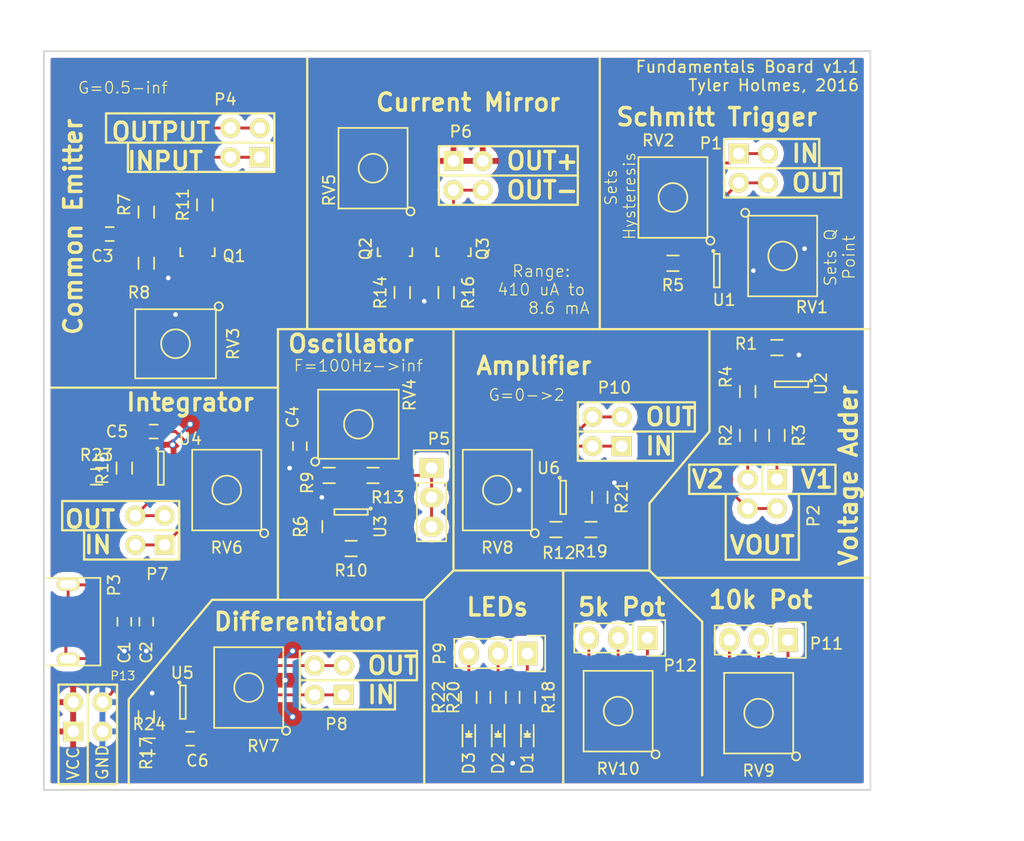
<source format=kicad_pcb>
(kicad_pcb (version 4) (host pcbnew 4.0.4-stable)
  (layers (0 F.Cu signal) (31 B.Cu signal) (34 B.Paste user) (35 F.Paste user) (36 B.SilkS user) (37 F.SilkS user) (38 B.Mask user) (39 F.Mask user) (44 Edge.Cuts user))
  (net 0 "")
  (net 1 GND)
  (net 2 C_EmitterIn)
  (net 3 Int_out)
  (net 4 Diff_in)
  (net 5 "Net-(D1-Pad2)")
  (net 6 "Net-(D2-Pad2)")
  (net 7 "Net-(D3-Pad2)")
  (net 8 STrigger_in)
  (net 9 STrigger_out)
  (net 10 V2add_in)
  (net 11 Vadd_out)
  (net 12 V1add_in)
  (net 13 "Net-(P3-Pad4)")
  (net 14 "Net-(P3-Pad2)")
  (net 15 "Net-(P3-Pad6)")
  (net 16 "Net-(P3-Pad3)")
  (net 17 C_EmitterOut)
  (net 18 CMirror_n)
  (net 19 Int_in)
  (net 20 Diff_out)
  (net 21 Amp_in)
  (net 22 Amp_out)
  (net 23 "Net-(RV2-Pad1)")
  (net 24 "Net-(RV3-Pad3)")
  (net 25 "Net-(RV4-Pad3)")
  (net 26 "Net-(RV5-Pad1)")
  (net 27 "Net-(RV6-Pad1)")
  (net 28 "Net-(RV8-Pad3)")
  (net 29 "Net-(RV7-Pad1)")
  (net 30 VCC)
  (net 31 /CE_base)
  (net 32 /LED1_in)
  (net 33 /LED2_in)
  (net 34 /LED3_in)
  (net 35 /10kpot_1)
  (net 36 /10kpot_2)
  (net 37 /10kpot_3)
  (net 38 /5kpot_1)
  (net 39 /5kpot_2)
  (net 40 /5kpot_3)
  (net 41 /CE_emitter)
  (net 42 /CM_baseCollector)
  (net 43 /CM_emitterSet)
  (net 44 /CM_emitterMirror)
  (net 45 "Net-(RV6-Pad2)")
  (net 46 /osc_RCFeedback)
  (net 47 /int_VnFeedback)
  (net 48 /diff_VnFeedback)
  (net 49 /osc_schmittFeedback)
  (net 50 /Vp_Gnd)
  (net 51 /Vadd_VnFeedback)
  (net 52 /schmitt_VpFeedback)
  (net 53 /osc_bias)
  (net 54 /osc_VpIn)
  (net 55 /Amp_VpBias)
  (net 56 /int_VpBias)
  (net 57 /diff_VpBias)
  (net 58 /amp_VnFeedback)
  (net 59 /schmitt_bias)
  (module Resistors_SMD:R_0603 (layer F.Cu) (at 88.265 116.84 270)
    (fp_text reference R15 (at 0 1.905 270) (layer F.SilkS))
    (fp_text value 5k hide)
    (pad 1 smd rect (at -0.75 0 270) (size 0.5 0.9) (layers F.Cu F.Paste F.Mask) (net 30 VCC))
    (pad 2 smd rect (at 0.75 0 270) (size 0.5 0.9) (layers F.Cu F.Paste F.Mask) (net 56 /int_VpBias))
  )
  (module TylerCustom:ST-4 (layer F.Cu) (at 131.134663 137.940455)
    (fp_text reference RV10 (at 0 5) (layer F.SilkS))
    (fp_text value v5k)
    (pad 2 smd rect (at 0 -3) (size 2 2) (layers F.Cu F.Paste F.Mask) (net 39 /5kpot_2))
    (pad 3 smd rect (at -1.175 3) (size 1.6 2) (layers F.Cu F.Paste F.Mask) (net 40 /5kpot_3))
    (pad 1 smd rect (at 1.175 3) (size 1.6 2) (layers F.Cu F.Paste F.Mask) (net 38 /5kpot_1))
  )
  (module TylerCustom:ST-4 (layer F.Cu) (at 143.334279 138.114207)
    (fp_text reference RV9 (at 0 5) (layer F.SilkS))
    (fp_text value v10k)
    (pad 2 smd rect (at 0 -3) (size 2 2) (layers F.Cu F.Paste F.Mask) (net 36 /10kpot_2))
    (pad 3 smd rect (at -1.175 3) (size 1.6 2) (layers F.Cu F.Paste F.Mask) (net 37 /10kpot_3))
    (pad 1 smd rect (at 1.175 3) (size 1.6 2) (layers F.Cu F.Paste F.Mask) (net 35 /10kpot_1))
  )
  (module TylerCustom:ST-4 (layer F.Cu) (at 120.65 118.745)
    (fp_text reference RV8 (at 0 5) (layer F.SilkS))
    (fp_text value v10k)
    (pad 2 smd rect (at 0 -3) (size 2 2) (layers F.Cu F.Paste F.Mask) (net 22 Amp_out))
    (pad 3 smd rect (at -1.175 3) (size 1.6 2) (layers F.Cu F.Paste F.Mask) (net 28 "Net-(RV8-Pad3)"))
    (pad 1 smd rect (at 1.175 3) (size 1.6 2) (layers F.Cu F.Paste F.Mask) (net 58 /amp_VnFeedback))
  )
  (module TylerCustom:ST-4 (layer F.Cu) (at 99.06 135.89)
    (fp_text reference RV7 (at 1.27 5.08) (layer F.SilkS))
    (fp_text value v10k hide)
    (pad 2 smd rect (at 0 -3) (size 2 2) (layers F.Cu F.Paste F.Mask) (net 20 Diff_out))
    (pad 3 smd rect (at -1.175 3) (size 1.6 2) (layers F.Cu F.Paste F.Mask) (net 48 /diff_VnFeedback))
    (pad 1 smd rect (at 1.175 3) (size 1.6 2) (layers F.Cu F.Paste F.Mask) (net 29 "Net-(RV7-Pad1)"))
  )
  (module TylerCustom:ST-4 (layer F.Cu) (at 97.155 118.745)
    (fp_text reference RV6 (at 0 5) (layer F.SilkS))
    (fp_text value v10k)
    (pad 2 smd rect (at 0 -3) (size 2 2) (layers F.Cu F.Paste F.Mask) (net 45 "Net-(RV6-Pad2)"))
    (pad 3 smd rect (at -1.175 3) (size 1.6 2) (layers F.Cu F.Paste F.Mask) (net 19 Int_in))
    (pad 1 smd rect (at 1.175 3) (size 1.6 2) (layers F.Cu F.Paste F.Mask) (net 27 "Net-(RV6-Pad1)"))
  )
  (module TylerCustom:ST-4 (layer F.Cu) (at 109.855 90.805)
    (fp_text reference RV5 (at -3.81 1.905 90) (layer F.SilkS))
    (fp_text value v10k)
    (pad 2 smd rect (at 0 -3) (size 2 2) (layers F.Cu F.Paste F.Mask) (net 30 VCC))
    (pad 3 smd rect (at -1.175 3) (size 1.6 2) (layers F.Cu F.Paste F.Mask) (net 42 /CM_baseCollector))
    (pad 1 smd rect (at 1.175 3) (size 1.6 2) (layers F.Cu F.Paste F.Mask) (net 26 "Net-(RV5-Pad1)"))
  )
  (module TylerCustom:ST-4 (layer F.Cu) (at 108.585 113.03 270)
    (fp_text reference RV4 (at -2.54 -4.445 450) (layer F.SilkS))
    (fp_text value v10k)
    (pad 2 smd rect (at 0 -3 270) (size 2 2) (layers F.Cu F.Paste F.Mask) (net 49 /osc_schmittFeedback))
    (pad 3 smd rect (at -1.175 3 270) (size 1.6 2) (layers F.Cu F.Paste F.Mask) (net 25 "Net-(RV4-Pad3)"))
    (pad 1 smd rect (at 1.175 3 270) (size 1.6 2) (layers F.Cu F.Paste F.Mask) (net 46 /osc_RCFeedback))
  )
  (module TylerCustom:ST-4 (layer F.Cu) (at 92.71 106.045 90)
    (fp_text reference RV3 (at 0 5 90) (layer F.SilkS))
    (fp_text value v10k)
    (pad 2 smd rect (at 0 -3 90) (size 2 2) (layers F.Cu F.Paste F.Mask) (net 41 /CE_emitter))
    (pad 3 smd rect (at -1.175 3 90) (size 1.6 2) (layers F.Cu F.Paste F.Mask) (net 24 "Net-(RV3-Pad3)"))
    (pad 1 smd rect (at 1.175 3 90) (size 1.6 2) (layers F.Cu F.Paste F.Mask) (net 1 GND))
  )
  (module TylerCustom:ST-4 (layer F.Cu) (at 135.89 93.345)
    (fp_text reference RV2 (at -1.27 -4.953 180) (layer F.SilkS))
    (fp_text value v5k)
    (pad 2 smd rect (at 0 -3) (size 2 2) (layers F.Cu F.Paste F.Mask) (net 8 STrigger_in))
    (pad 3 smd rect (at -1.175 3) (size 1.6 2) (layers F.Cu F.Paste F.Mask) (net 52 /schmitt_VpFeedback))
    (pad 1 smd rect (at 1.175 3) (size 1.6 2) (layers F.Cu F.Paste F.Mask) (net 23 "Net-(RV2-Pad1)"))
  )
  (module TylerCustom:ST-4 (layer F.Cu) (at 145.415 98.425 180)
    (fp_text reference RV1 (at -2.54 -4.445 180) (layer F.SilkS))
    (fp_text value v10k)
    (pad 2 smd rect (at 0 -3 180) (size 2 2) (layers F.Cu F.Paste F.Mask) (net 59 /schmitt_bias))
    (pad 3 smd rect (at -1.175 3 180) (size 1.6 2) (layers F.Cu F.Paste F.Mask) (net 1 GND))
    (pad 1 smd rect (at 1.175 3 180) (size 1.6 2) (layers F.Cu F.Paste F.Mask) (net 30 VCC))
  )
  (module TO_SOT_Packages_SMD:SOT-23-5 (layer F.Cu) (at 126.365 119.38)
    (fp_text reference U6 (at -1.27 -2.54) (layer F.SilkS))
    (fp_text value MCP601 hide)
    (pad 1 smd rect (at -1.1 -0.95) (size 1.06 0.65) (layers F.Cu F.Paste F.Mask) (net 22 Amp_out))
    (pad 2 smd rect (at -1.1 0) (size 1.06 0.65) (layers F.Cu F.Paste F.Mask) (net 1 GND))
    (pad 3 smd rect (at -1.1 0.95) (size 1.06 0.65) (layers F.Cu F.Paste F.Mask) (net 55 /Amp_VpBias))
    (pad 4 smd rect (at 1.1 0.95) (size 1.06 0.65) (layers F.Cu F.Paste F.Mask) (net 58 /amp_VnFeedback))
    (pad 5 smd rect (at 1.1 -0.95) (size 1.06 0.65) (layers F.Cu F.Paste F.Mask) (net 30 VCC))
  )
  (module TO_SOT_Packages_SMD:SOT-23-5 (layer F.Cu) (at 93.345 137.16)
    (fp_text reference U5 (at -0.05 -2.55) (layer F.SilkS))
    (fp_text value MCP601 hide)
    (pad 1 smd rect (at -1.1 -0.95) (size 1.06 0.65) (layers F.Cu F.Paste F.Mask) (net 20 Diff_out))
    (pad 2 smd rect (at -1.1 0) (size 1.06 0.65) (layers F.Cu F.Paste F.Mask) (net 1 GND))
    (pad 3 smd rect (at -1.1 0.95) (size 1.06 0.65) (layers F.Cu F.Paste F.Mask) (net 57 /diff_VpBias))
    (pad 4 smd rect (at 1.1 0.95) (size 1.06 0.65) (layers F.Cu F.Paste F.Mask) (net 48 /diff_VnFeedback))
    (pad 5 smd rect (at 1.1 -0.95) (size 1.06 0.65) (layers F.Cu F.Paste F.Mask) (net 30 VCC))
  )
  (module TO_SOT_Packages_SMD:SOT-23-5 (layer F.Cu) (at 91.44 116.84)
    (fp_text reference U4 (at 2.54 -2.54) (layer F.SilkS))
    (fp_text value MCP601 hide)
    (pad 1 smd rect (at -1.1 -0.95) (size 1.06 0.65) (layers F.Cu F.Paste F.Mask) (net 3 Int_out))
    (pad 2 smd rect (at -1.1 0) (size 1.06 0.65) (layers F.Cu F.Paste F.Mask) (net 1 GND))
    (pad 3 smd rect (at -1.1 0.95) (size 1.06 0.65) (layers F.Cu F.Paste F.Mask) (net 56 /int_VpBias))
    (pad 4 smd rect (at 1.1 0.95) (size 1.06 0.65) (layers F.Cu F.Paste F.Mask) (net 47 /int_VnFeedback))
    (pad 5 smd rect (at 1.1 -0.95) (size 1.06 0.65) (layers F.Cu F.Paste F.Mask) (net 30 VCC))
  )
  (module TO_SOT_Packages_SMD:SOT-23-5 (layer F.Cu) (at 107.95 120.65 270)
    (fp_text reference U3 (at 1.27 -2.54 270) (layer F.SilkS))
    (fp_text value MCP601 hide)
    (pad 1 smd rect (at -1.1 -0.95 270) (size 1.06 0.65) (layers F.Cu F.Paste F.Mask) (net 49 /osc_schmittFeedback))
    (pad 2 smd rect (at -1.1 0 270) (size 1.06 0.65) (layers F.Cu F.Paste F.Mask) (net 1 GND))
    (pad 3 smd rect (at -1.1 0.95 270) (size 1.06 0.65) (layers F.Cu F.Paste F.Mask) (net 54 /osc_VpIn))
    (pad 4 smd rect (at 1.1 0.95 270) (size 1.06 0.65) (layers F.Cu F.Paste F.Mask) (net 53 /osc_bias))
    (pad 5 smd rect (at 1.1 -0.95 270) (size 1.06 0.65) (layers F.Cu F.Paste F.Mask) (net 30 VCC))
  )
  (module TO_SOT_Packages_SMD:SOT-23-5 (layer F.Cu) (at 146.191541 109.554361 270)
    (fp_text reference U2 (at -0.05 -2.55 270) (layer F.SilkS))
    (fp_text value MCP601 hide)
    (pad 1 smd rect (at -1.1 -0.95 270) (size 1.06 0.65) (layers F.Cu F.Paste F.Mask) (net 11 Vadd_out))
    (pad 2 smd rect (at -1.1 0 270) (size 1.06 0.65) (layers F.Cu F.Paste F.Mask) (net 1 GND))
    (pad 3 smd rect (at -1.1 0.95 270) (size 1.06 0.65) (layers F.Cu F.Paste F.Mask) (net 50 /Vp_Gnd))
    (pad 4 smd rect (at 1.1 0.95 270) (size 1.06 0.65) (layers F.Cu F.Paste F.Mask) (net 51 /Vadd_VnFeedback))
    (pad 5 smd rect (at 1.1 -0.95 270) (size 1.06 0.65) (layers F.Cu F.Paste F.Mask) (net 30 VCC))
  )
  (module TO_SOT_Packages_SMD:SOT-23-5 (layer F.Cu) (at 139.7 99.695)
    (fp_text reference U1 (at 0.635 2.54) (layer F.SilkS))
    (fp_text value MCP601 hide)
    (pad 1 smd rect (at -1.1 -0.95) (size 1.06 0.65) (layers F.Cu F.Paste F.Mask) (net 9 STrigger_out))
    (pad 2 smd rect (at -1.1 0) (size 1.06 0.65) (layers F.Cu F.Paste F.Mask) (net 1 GND))
    (pad 3 smd rect (at -1.1 0.95) (size 1.06 0.65) (layers F.Cu F.Paste F.Mask) (net 52 /schmitt_VpFeedback))
    (pad 4 smd rect (at 1.1 0.95) (size 1.06 0.65) (layers F.Cu F.Paste F.Mask) (net 59 /schmitt_bias))
    (pad 5 smd rect (at 1.1 -0.95) (size 1.06 0.65) (layers F.Cu F.Paste F.Mask) (net 30 VCC))
  )
  (module Resistors_SMD:R_0603 (layer F.Cu) (at 118.172231 136.745265 90)
    (fp_text reference R22 (at 0 -2.602231 90) (layer F.SilkS))
    (fp_text value 470R hide)
    (pad 1 smd rect (at -0.75 0 90) (size 0.5 0.9) (layers F.Cu F.Paste F.Mask) (net 7 "Net-(D3-Pad2)"))
    (pad 2 smd rect (at 0.75 0 90) (size 0.5 0.9) (layers F.Cu F.Paste F.Mask) (net 34 /LED3_in))
  )
  (module Resistors_SMD:R_0603 (layer F.Cu) (at 129.54 119.38 270)
    (fp_text reference R21 (at 0 -1.9 270) (layer F.SilkS))
    (fp_text value 10k hide)
    (pad 1 smd rect (at -0.75 0 270) (size 0.5 0.9) (layers F.Cu F.Paste F.Mask) (net 1 GND))
    (pad 2 smd rect (at 0.75 0 270) (size 0.5 0.9) (layers F.Cu F.Paste F.Mask) (net 55 /Amp_VpBias))
  )
  (module Resistors_SMD:R_0603 (layer F.Cu) (at 120.712231 136.745265 90)
    (fp_text reference R20 (at 0 -3.872231 90) (layer F.SilkS))
    (fp_text value 470R hide)
    (pad 1 smd rect (at -0.75 0 90) (size 0.5 0.9) (layers F.Cu F.Paste F.Mask) (net 6 "Net-(D2-Pad2)"))
    (pad 2 smd rect (at 0.75 0 90) (size 0.5 0.9) (layers F.Cu F.Paste F.Mask) (net 33 /LED2_in))
  )
  (module Resistors_SMD:R_0603 (layer F.Cu) (at 128.778 122.174)
    (fp_text reference R19 (at 0 1.905) (layer F.SilkS))
    (fp_text value 5k hide)
    (pad 1 smd rect (at -0.75 0) (size 0.5 0.9) (layers F.Cu F.Paste F.Mask) (net 58 /amp_VnFeedback))
    (pad 2 smd rect (at 0.75 0) (size 0.5 0.9) (layers F.Cu F.Paste F.Mask) (net 21 Amp_in))
  )
  (module Resistors_SMD:R_0603 (layer F.Cu) (at 123.252231 136.745265 90)
    (fp_text reference R18 (at 0 1.842769 90) (layer F.SilkS))
    (fp_text value 470R hide)
    (pad 1 smd rect (at -0.75 0 90) (size 0.5 0.9) (layers F.Cu F.Paste F.Mask) (net 5 "Net-(D1-Pad2)"))
    (pad 2 smd rect (at 0.75 0 90) (size 0.5 0.9) (layers F.Cu F.Paste F.Mask) (net 32 /LED1_in))
  )
  (module Resistors_SMD:R_0603 (layer F.Cu) (at 90.17 138.43 270)
    (fp_text reference R17 (at 3.175 0 270) (layer F.SilkS))
    (fp_text value 5k hide)
    (pad 1 smd rect (at -0.75 0 270) (size 0.5 0.9) (layers F.Cu F.Paste F.Mask) (net 30 VCC))
    (pad 2 smd rect (at 0.75 0 270) (size 0.5 0.9) (layers F.Cu F.Paste F.Mask) (net 57 /diff_VpBias))
  )
  (module Resistors_SMD:R_0603 (layer F.Cu) (at 116.205 101.6 90)
    (fp_text reference R16 (at 0 1.905 90) (layer F.SilkS))
    (fp_text value 470R hide)
    (pad 1 smd rect (at -0.75 0 90) (size 0.5 0.9) (layers F.Cu F.Paste F.Mask) (net 1 GND))
    (pad 2 smd rect (at 0.75 0 90) (size 0.5 0.9) (layers F.Cu F.Paste F.Mask) (net 44 /CM_emitterMirror))
  )
  (module Resistors_SMD:R_0603 (layer F.Cu) (at 112.395 101.6 90)
    (fp_text reference R14 (at 0 -1.9 90) (layer F.SilkS))
    (fp_text value 470R hide)
    (pad 1 smd rect (at -0.75 0 90) (size 0.5 0.9) (layers F.Cu F.Paste F.Mask) (net 1 GND))
    (pad 2 smd rect (at 0.75 0 90) (size 0.5 0.9) (layers F.Cu F.Paste F.Mask) (net 43 /CM_emitterSet))
  )
  (module Resistors_SMD:R_0603 (layer F.Cu) (at 109.855 117.475 180)
    (fp_text reference R13 (at -1.27 -1.905 180) (layer F.SilkS))
    (fp_text value 5k hide)
    (pad 1 smd rect (at -0.75 0 180) (size 0.5 0.9) (layers F.Cu F.Paste F.Mask) (net 49 /osc_schmittFeedback))
    (pad 2 smd rect (at 0.75 0 180) (size 0.5 0.9) (layers F.Cu F.Paste F.Mask) (net 54 /osc_VpIn))
  )
  (module Resistors_SMD:R_0603 (layer F.Cu) (at 95.25 93.98 270)
    (fp_text reference R11 (at 0 1.905 270) (layer F.SilkS))
    (fp_text value 5k hide)
    (pad 1 smd rect (at -0.75 0 270) (size 0.5 0.9) (layers F.Cu F.Paste F.Mask) (net 30 VCC))
    (pad 2 smd rect (at 0.75 0 270) (size 0.5 0.9) (layers F.Cu F.Paste F.Mask) (net 17 C_EmitterOut))
  )
  (module Resistors_SMD:R_0603 (layer F.Cu) (at 107.95 123.825 180)
    (fp_text reference R10 (at 0 -1.905 180) (layer F.SilkS))
    (fp_text value 5k hide)
    (pad 1 smd rect (at -0.75 0 180) (size 0.5 0.9) (layers F.Cu F.Paste F.Mask) (net 30 VCC))
    (pad 2 smd rect (at 0.75 0 180) (size 0.5 0.9) (layers F.Cu F.Paste F.Mask) (net 53 /osc_bias))
  )
  (module Resistors_SMD:R_0603 (layer F.Cu) (at 106.045 117.475 180)
    (fp_text reference R9 (at 1.905 -0.635 270) (layer F.SilkS))
    (fp_text value 5k hide)
    (pad 1 smd rect (at -0.75 0 180) (size 0.5 0.9) (layers F.Cu F.Paste F.Mask) (net 54 /osc_VpIn))
    (pad 2 smd rect (at 0.75 0 180) (size 0.5 0.9) (layers F.Cu F.Paste F.Mask) (net 46 /osc_RCFeedback))
  )
  (module Resistors_SMD:R_0603 (layer F.Cu) (at 90.17 99.06 270)
    (fp_text reference R8 (at 2.54 0.635 360) (layer F.SilkS))
    (fp_text value 10k hide)
    (pad 1 smd rect (at -0.75 0 270) (size 0.5 0.9) (layers F.Cu F.Paste F.Mask) (net 31 /CE_base))
    (pad 2 smd rect (at 0.75 0 270) (size 0.5 0.9) (layers F.Cu F.Paste F.Mask) (net 1 GND))
  )
  (module Resistors_SMD:R_0603 (layer F.Cu) (at 90.17 94.615 270)
    (fp_text reference R7 (at -0.635 1.905 270) (layer F.SilkS))
    (fp_text value 10k hide)
    (pad 1 smd rect (at -0.75 0 270) (size 0.5 0.9) (layers F.Cu F.Paste F.Mask) (net 30 VCC))
    (pad 2 smd rect (at 0.75 0 270) (size 0.5 0.9) (layers F.Cu F.Paste F.Mask) (net 31 /CE_base))
  )
  (module Resistors_SMD:R_0603 (layer F.Cu) (at 104.775 121.92 270)
    (fp_text reference R6 (at 0 1.27 270) (layer F.SilkS))
    (fp_text value 5k hide)
    (pad 1 smd rect (at -0.75 0 270) (size 0.5 0.9) (layers F.Cu F.Paste F.Mask) (net 1 GND))
    (pad 2 smd rect (at 0.75 0 270) (size 0.5 0.9) (layers F.Cu F.Paste F.Mask) (net 53 /osc_bias))
  )
  (module Resistors_SMD:R_0603 (layer F.Cu) (at 135.89 99.06 180)
    (fp_text reference R5 (at 0 -1.9 180) (layer F.SilkS))
    (fp_text value 5k hide)
    (pad 1 smd rect (at -0.75 0 180) (size 0.5 0.9) (layers F.Cu F.Paste F.Mask) (net 9 STrigger_out))
    (pad 2 smd rect (at 0.75 0 180) (size 0.5 0.9) (layers F.Cu F.Paste F.Mask) (net 52 /schmitt_VpFeedback))
  )
  (module Resistors_SMD:R_0603 (layer F.Cu) (at 142.381541 110.189361 270)
    (fp_text reference R4 (at -1.27 1.905 270) (layer F.SilkS))
    (fp_text value 5k hide)
    (pad 1 smd rect (at -0.75 0 270) (size 0.5 0.9) (layers F.Cu F.Paste F.Mask) (net 11 Vadd_out))
    (pad 2 smd rect (at 0.75 0 270) (size 0.5 0.9) (layers F.Cu F.Paste F.Mask) (net 51 /Vadd_VnFeedback))
  )
  (module Resistors_SMD:R_0603 (layer F.Cu) (at 144.921541 113.999361 270)
    (fp_text reference R3 (at 0 -1.9 270) (layer F.SilkS))
    (fp_text value 10k hide)
    (pad 1 smd rect (at -0.75 0 270) (size 0.5 0.9) (layers F.Cu F.Paste F.Mask) (net 51 /Vadd_VnFeedback))
    (pad 2 smd rect (at 0.75 0 270) (size 0.5 0.9) (layers F.Cu F.Paste F.Mask) (net 10 V2add_in))
  )
  (module Resistors_SMD:R_0603 (layer F.Cu) (at 142.381541 113.999361 270)
    (fp_text reference R2 (at 0 1.905 270) (layer F.SilkS))
    (fp_text value 10k hide)
    (pad 1 smd rect (at -0.75 0 270) (size 0.5 0.9) (layers F.Cu F.Paste F.Mask) (net 51 /Vadd_VnFeedback))
    (pad 2 smd rect (at 0.75 0 270) (size 0.5 0.9) (layers F.Cu F.Paste F.Mask) (net 12 V1add_in))
  )
  (module Resistors_SMD:R_0603 (layer F.Cu) (at 144.921541 106.379361)
    (fp_text reference R1 (at -2.681541 -0.334361) (layer F.SilkS))
    (fp_text value 5k hide)
    (pad 1 smd rect (at -0.75 0) (size 0.5 0.9) (layers F.Cu F.Paste F.Mask) (net 50 /Vp_Gnd))
    (pad 2 smd rect (at 0.75 0) (size 0.5 0.9) (layers F.Cu F.Paste F.Mask) (net 1 GND))
  )
  (module TO_SOT_Packages_SMD:SOT-23 (layer F.Cu) (at 116.84 97.79 180)
    (fp_text reference Q3 (at -2.54 0 270) (layer F.SilkS))
    (fp_text value BC550 hide)
    (pad 1 smd rect (at -0.95 1.00076 180) (size 0.8001 0.8001) (layers F.Cu F.Paste F.Mask) (net 18 CMirror_n))
    (pad 2 smd rect (at 0.95 1.00076 180) (size 0.8001 0.8001) (layers F.Cu F.Paste F.Mask) (net 42 /CM_baseCollector))
    (pad 3 smd rect (at 0 -0.99822 180) (size 0.8001 0.8001) (layers F.Cu F.Paste F.Mask) (net 44 /CM_emitterMirror))
  )
  (module TO_SOT_Packages_SMD:SOT-23 (layer F.Cu) (at 111.76 97.79 180)
    (fp_text reference Q2 (at 2.54 0 270) (layer F.SilkS))
    (fp_text value BC550 hide)
    (pad 1 smd rect (at -0.95 1.00076 180) (size 0.8001 0.8001) (layers F.Cu F.Paste F.Mask) (net 42 /CM_baseCollector))
    (pad 2 smd rect (at 0.95 1.00076 180) (size 0.8001 0.8001) (layers F.Cu F.Paste F.Mask) (net 42 /CM_baseCollector))
    (pad 3 smd rect (at 0 -0.99822 180) (size 0.8001 0.8001) (layers F.Cu F.Paste F.Mask) (net 43 /CM_emitterSet))
  )
  (module TO_SOT_Packages_SMD:SOT-23 (layer F.Cu) (at 94.615 97.79 180)
    (fp_text reference Q1 (at -3.175 -0.635 180) (layer F.SilkS))
    (fp_text value BC550 hide)
    (pad 1 smd rect (at -0.95 1.00076 180) (size 0.8001 0.8001) (layers F.Cu F.Paste F.Mask) (net 17 C_EmitterOut))
    (pad 2 smd rect (at 0.95 1.00076 180) (size 0.8001 0.8001) (layers F.Cu F.Paste F.Mask) (net 31 /CE_base))
    (pad 3 smd rect (at 0 -0.99822 180) (size 0.8001 0.8001) (layers F.Cu F.Paste F.Mask) (net 41 /CE_emitter))
  )
  (module Pin_Headers:Pin_Header_Straight_1x03 (layer F.Cu) (at 133.674663 131.590455 270)
    (fp_text reference P12 (at 2.394545 -2.850337 360) (layer F.SilkS))
    (fp_text value CONN_01X03 hide)
    (pad 1 thru_hole rect (at 0 0 270) (size 2.032 1.7272) (drill 1.016) (layers *.Cu *.Mask F.SilkS) (net 38 /5kpot_1))
    (pad 2 thru_hole oval (at 0 2.54 270) (size 2.032 1.7272) (drill 1.016) (layers *.Cu *.Mask F.SilkS) (net 39 /5kpot_2))
    (pad 3 thru_hole oval (at 0 5.08 270) (size 2.032 1.7272) (drill 1.016) (layers *.Cu *.Mask F.SilkS) (net 40 /5kpot_3))
  )
  (module Pin_Headers:Pin_Header_Straight_1x03 (layer F.Cu) (at 145.874279 131.764207 270)
    (fp_text reference P11 (at 0.315793 -3.350721 360) (layer F.SilkS))
    (fp_text value CONN_01X03 hide)
    (pad 1 thru_hole rect (at 0 0 270) (size 2.032 1.7272) (drill 1.016) (layers *.Cu *.Mask F.SilkS) (net 35 /10kpot_1))
    (pad 2 thru_hole oval (at 0 2.54 270) (size 2.032 1.7272) (drill 1.016) (layers *.Cu *.Mask F.SilkS) (net 36 /10kpot_2))
    (pad 3 thru_hole oval (at 0 5.08 270) (size 2.032 1.7272) (drill 1.016) (layers *.Cu *.Mask F.SilkS) (net 37 /10kpot_3))
  )
  (module Pin_Headers:Pin_Header_Straight_1x03 (layer F.Cu) (at 123.252231 132.935265 270)
    (fp_text reference P9 (at 0 7.62 270) (layer F.SilkS))
    (fp_text value CONN_01X03 hide)
    (pad 1 thru_hole rect (at 0 0 270) (size 2.032 1.7272) (drill 1.016) (layers *.Cu *.Mask F.SilkS) (net 32 /LED1_in))
    (pad 2 thru_hole oval (at 0 2.54 270) (size 2.032 1.7272) (drill 1.016) (layers *.Cu *.Mask F.SilkS) (net 33 /LED2_in))
    (pad 3 thru_hole oval (at 0 5.08 270) (size 2.032 1.7272) (drill 1.016) (layers *.Cu *.Mask F.SilkS) (net 34 /LED3_in))
  )
  (module Pin_Headers:Pin_Header_Straight_1x03 (layer F.Cu) (at 114.935 116.84)
    (fp_text reference P5 (at 0.635 -2.54) (layer F.SilkS))
    (fp_text value CONN_01X03 hide)
    (pad 1 thru_hole rect (at 0 0) (size 2.032 1.7272) (drill 1.016) (layers *.Cu *.Mask F.SilkS) (net 49 /osc_schmittFeedback))
    (pad 2 thru_hole oval (at 0 2.54) (size 2.032 1.7272) (drill 1.016) (layers *.Cu *.Mask F.SilkS) (net 49 /osc_schmittFeedback))
    (pad 3 thru_hole oval (at 0 5.08) (size 2.032 1.7272) (drill 1.016) (layers *.Cu *.Mask F.SilkS) (net 49 /osc_schmittFeedback))
  )
  (module TylerCustom:2013499-1 (layer F.Cu) (at 83.185 130.175 270)
    (fp_text reference P3 (at -3.175 -4.191 270) (layer F.SilkS))
    (fp_text value USB_OTG)
    (pad 5 smd rect (at 1.3 -2.675 270) (size 0.4 1.35) (layers F.Cu F.Paste F.Mask) (net 1 GND))
    (pad 4 smd rect (at 0.65 -2.675 270) (size 0.4 1.35) (layers F.Cu F.Paste F.Mask) (net 13 "Net-(P3-Pad4)"))
    (pad 1 smd rect (at -1.3 -2.675 270) (size 0.4 1.35) (layers F.Cu F.Paste F.Mask) (net 30 VCC))
    (pad 2 smd rect (at -0.65 -2.675 270) (size 0.4 1.35) (layers F.Cu F.Paste F.Mask) (net 14 "Net-(P3-Pad2)"))
    (pad 6 smd rect (at -3.2 -2.45 270) (size 1.6 1.4) (layers F.Cu F.Paste F.Mask) (net 15 "Net-(P3-Pad6)"))
    (pad 6 smd rect (at -1.2 0 270) (size 1.9 1.9) (layers F.Cu F.Paste F.Mask) (net 15 "Net-(P3-Pad6)"))
    (pad 6 thru_hole oval (at -3.255 -0.2 270) (size 1.12 2) (drill oval 0.72 1.5) (layers *.Cu *.Mask F.SilkS) (net 15 "Net-(P3-Pad6)"))
    (pad 6 thru_hole oval (at 3.255 -0.2 270) (size 1.12 2) (drill oval 0.72 1.5) (layers *.Cu *.Mask F.SilkS) (net 15 "Net-(P3-Pad6)"))
    (pad 6 smd rect (at 1.2 0 270) (size 1.9 1.9) (layers F.Cu F.Paste F.Mask) (net 15 "Net-(P3-Pad6)"))
    (pad 6 smd rect (at 3.2 -2.45 270) (size 1.6 1.4) (layers F.Cu F.Paste F.Mask) (net 15 "Net-(P3-Pad6)"))
    (pad 3 smd rect (at 0 -2.675 270) (size 0.4 1.35) (layers F.Cu F.Paste F.Mask) (net 16 "Net-(P3-Pad3)"))
  )
  (module LEDs:LED_0603 (layer F.Cu) (at 118.172231 139.920265 90)
    (fp_text reference D3 (at -2.54 0 90) (layer F.SilkS))
    (fp_text value LED hide)
    (pad 2 smd rect (at 0.7493 0 270) (size 0.79756 0.79756) (layers F.Cu F.Paste F.Mask) (net 7 "Net-(D3-Pad2)"))
    (pad 1 smd rect (at -0.7493 0 270) (size 0.79756 0.79756) (layers F.Cu F.Paste F.Mask) (net 1 GND))
  )
  (module LEDs:LED_0603 (layer F.Cu) (at 120.712231 139.920265 90)
    (fp_text reference D2 (at -2.54 0 90) (layer F.SilkS))
    (fp_text value LED hide)
    (pad 2 smd rect (at 0.7493 0 270) (size 0.79756 0.79756) (layers F.Cu F.Paste F.Mask) (net 6 "Net-(D2-Pad2)"))
    (pad 1 smd rect (at -0.7493 0 270) (size 0.79756 0.79756) (layers F.Cu F.Paste F.Mask) (net 1 GND))
  )
  (module LEDs:LED_0603 (layer F.Cu) (at 123.252231 139.920265 90)
    (fp_text reference D1 (at -2.54 0 90) (layer F.SilkS))
    (fp_text value LED hide)
    (pad 2 smd rect (at 0.7493 0 270) (size 0.79756 0.79756) (layers F.Cu F.Paste F.Mask) (net 5 "Net-(D1-Pad2)"))
    (pad 1 smd rect (at -0.7493 0 270) (size 0.79756 0.79756) (layers F.Cu F.Paste F.Mask) (net 1 GND))
  )
  (module Capacitors_SMD:C_0603 (layer F.Cu) (at 93.98 140.335)
    (fp_text reference C6 (at 0.635 1.905) (layer F.SilkS))
    (fp_text value "0.1 uF" hide)
    (pad 1 smd rect (at -0.75 0) (size 0.8 0.75) (layers F.Cu F.Paste F.Mask) (net 4 Diff_in))
    (pad 2 smd rect (at 0.75 0) (size 0.8 0.75) (layers F.Cu F.Paste F.Mask) (net 48 /diff_VnFeedback))
  )
  (module Capacitors_SMD:C_0603 (layer F.Cu) (at 90.805 113.665 180)
    (fp_text reference C5 (at 3.175 0 180) (layer F.SilkS))
    (fp_text value "0.1 uF" hide)
    (pad 1 smd rect (at -0.75 0 180) (size 0.8 0.75) (layers F.Cu F.Paste F.Mask) (net 47 /int_VnFeedback))
    (pad 2 smd rect (at 0.75 0 180) (size 0.8 0.75) (layers F.Cu F.Paste F.Mask) (net 3 Int_out))
  )
  (module Capacitors_SMD:C_0603 (layer F.Cu) (at 103.505 114.935 90)
    (fp_text reference C4 (at 2.54 -0.635 90) (layer F.SilkS))
    (fp_text value "1 uF" hide)
    (pad 1 smd rect (at -0.75 0 90) (size 0.8 0.75) (layers F.Cu F.Paste F.Mask) (net 1 GND))
    (pad 2 smd rect (at 0.75 0 90) (size 0.8 0.75) (layers F.Cu F.Paste F.Mask) (net 46 /osc_RCFeedback))
  )
  (module Capacitors_SMD:C_0603 (layer F.Cu) (at 86.995 96.52 180)
    (fp_text reference C3 (at 0.635 -1.905 180) (layer F.SilkS))
    (fp_text value "0.1 uF" hide)
    (pad 1 smd rect (at -0.75 0 180) (size 0.8 0.75) (layers F.Cu F.Paste F.Mask) (net 31 /CE_base))
    (pad 2 smd rect (at 0.75 0 180) (size 0.8 0.75) (layers F.Cu F.Paste F.Mask) (net 2 C_EmitterIn))
  )
  (module Capacitors_SMD:C_0603 (layer F.Cu) (at 90.17 130.175 90)
    (fp_text reference C2 (at -2.667 0 90) (layer F.SilkS))
    (fp_text value "0.1 uF" hide)
    (pad 1 smd rect (at -0.75 0 90) (size 0.8 0.75) (layers F.Cu F.Paste F.Mask) (net 1 GND))
    (pad 2 smd rect (at 0.75 0 90) (size 0.8 0.75) (layers F.Cu F.Paste F.Mask) (net 30 VCC))
  )
  (module Capacitors_SMD:C_0603 (layer F.Cu) (at 88.265 130.175 90)
    (fp_text reference C1 (at -2.667 0 90) (layer F.SilkS))
    (fp_text value "1 uF" hide)
    (pad 1 smd rect (at -0.75 0 90) (size 0.8 0.75) (layers F.Cu F.Paste F.Mask) (net 1 GND))
    (pad 2 smd rect (at 0.75 0 90) (size 0.8 0.75) (layers F.Cu F.Paste F.Mask) (net 30 VCC))
  )
  (module TylerCustom:Pin_Header_Straight_2x02 (layer F.Cu) (at 141.605 89.535)
    (fp_text reference P1 (at -2.413 -0.889) (layer F.SilkS))
    (fp_text value CONN_02X02 hide)
    (pad 1 thru_hole rect (at 0 0) (size 1.7272 1.7272) (drill 1.016) (layers *.Cu *.Mask F.SilkS) (net 8 STrigger_in))
    (pad 2 thru_hole oval (at 2.54 0) (size 1.7272 1.7272) (drill 1.016) (layers *.Cu *.Mask F.SilkS) (net 8 STrigger_in))
    (pad 3 thru_hole oval (at 0 2.54) (size 1.7272 1.7272) (drill 1.016) (layers *.Cu *.Mask F.SilkS) (net 9 STrigger_out))
    (pad 4 thru_hole oval (at 2.54 2.54) (size 1.7272 1.7272) (drill 1.016) (layers *.Cu *.Mask F.SilkS) (net 9 STrigger_out))
  )
  (module TylerCustom:Pin_Header_Straight_2x02 (layer F.Cu) (at 144.921541 117.809361 270)
    (fp_text reference P2 (at 3.175 -3.175 270) (layer F.SilkS))
    (fp_text value CONN_02X02 hide)
    (pad 1 thru_hole rect (at 0 0 270) (size 1.7272 1.7272) (drill 1.016) (layers *.Cu *.Mask F.SilkS) (net 10 V2add_in))
    (pad 2 thru_hole oval (at 2.54 0 270) (size 1.7272 1.7272) (drill 1.016) (layers *.Cu *.Mask F.SilkS) (net 11 Vadd_out))
    (pad 3 thru_hole oval (at 0 2.54 270) (size 1.7272 1.7272) (drill 1.016) (layers *.Cu *.Mask F.SilkS) (net 12 V1add_in))
    (pad 4 thru_hole oval (at 2.54 2.54 270) (size 1.7272 1.7272) (drill 1.016) (layers *.Cu *.Mask F.SilkS) (net 11 Vadd_out))
  )
  (module TylerCustom:Pin_Header_Straight_2x02 (layer F.Cu) (at 116.84 90.17)
    (fp_text reference P6 (at 0.635 -2.54) (layer F.SilkS))
    (fp_text value CONN_02X02 hide)
    (pad 1 thru_hole rect (at 0 0) (size 1.7272 1.7272) (drill 1.016) (layers *.Cu *.Mask F.SilkS) (net 30 VCC))
    (pad 2 thru_hole oval (at 2.54 0) (size 1.7272 1.7272) (drill 1.016) (layers *.Cu *.Mask F.SilkS) (net 30 VCC))
    (pad 3 thru_hole oval (at 0 2.54) (size 1.7272 1.7272) (drill 1.016) (layers *.Cu *.Mask F.SilkS) (net 18 CMirror_n))
    (pad 4 thru_hole oval (at 2.54 2.54) (size 1.7272 1.7272) (drill 1.016) (layers *.Cu *.Mask F.SilkS) (net 18 CMirror_n))
  )
  (module TylerCustom:Pin_Header_Straight_2x02 (layer F.Cu) (at 91.7575 123.5075 180)
    (fp_text reference P7 (at 0.635 -2.54 180) (layer F.SilkS))
    (fp_text value CONN_02X02 hide)
    (pad 1 thru_hole rect (at 0 0 180) (size 1.7272 1.7272) (drill 1.016) (layers *.Cu *.Mask F.SilkS) (net 19 Int_in))
    (pad 2 thru_hole oval (at 2.54 0 180) (size 1.7272 1.7272) (drill 1.016) (layers *.Cu *.Mask F.SilkS) (net 19 Int_in))
    (pad 3 thru_hole oval (at 0 2.54 180) (size 1.7272 1.7272) (drill 1.016) (layers *.Cu *.Mask F.SilkS) (net 3 Int_out))
    (pad 4 thru_hole oval (at 2.54 2.54 180) (size 1.7272 1.7272) (drill 1.016) (layers *.Cu *.Mask F.SilkS) (net 3 Int_out))
  )
  (module TylerCustom:Pin_Header_Straight_2x02 (layer F.Cu) (at 107.315 136.525 180)
    (fp_text reference P8 (at 0.635 -2.54 180) (layer F.SilkS))
    (fp_text value CONN_02X02 hide)
    (pad 1 thru_hole rect (at 0 0 180) (size 1.7272 1.7272) (drill 1.016) (layers *.Cu *.Mask F.SilkS) (net 4 Diff_in))
    (pad 2 thru_hole oval (at 2.54 0 180) (size 1.7272 1.7272) (drill 1.016) (layers *.Cu *.Mask F.SilkS) (net 4 Diff_in))
    (pad 3 thru_hole oval (at 0 2.54 180) (size 1.7272 1.7272) (drill 1.016) (layers *.Cu *.Mask F.SilkS) (net 20 Diff_out))
    (pad 4 thru_hole oval (at 2.54 2.54 180) (size 1.7272 1.7272) (drill 1.016) (layers *.Cu *.Mask F.SilkS) (net 20 Diff_out))
  )
  (module TylerCustom:Pin_Header_Straight_2x02 (layer F.Cu) (at 131.445 114.935 180)
    (fp_text reference P10 (at 0.635 5.08 180) (layer F.SilkS))
    (fp_text value CONN_02X02 hide)
    (pad 1 thru_hole rect (at 0 0 180) (size 1.7272 1.7272) (drill 1.016) (layers *.Cu *.Mask F.SilkS) (net 21 Amp_in))
    (pad 2 thru_hole oval (at 2.54 0 180) (size 1.7272 1.7272) (drill 1.016) (layers *.Cu *.Mask F.SilkS) (net 21 Amp_in))
    (pad 3 thru_hole oval (at 0 2.54 180) (size 1.7272 1.7272) (drill 1.016) (layers *.Cu *.Mask F.SilkS) (net 22 Amp_out))
    (pad 4 thru_hole oval (at 2.54 2.54 180) (size 1.7272 1.7272) (drill 1.016) (layers *.Cu *.Mask F.SilkS) (net 22 Amp_out))
  )
  (module TylerCustom:Pin_Header_Straight_2x02 (layer F.Cu) (at 100.0125 89.8525 180)
    (fp_text reference P4 (at 2.9845 5.0165 180) (layer F.SilkS))
    (fp_text value CONN_02X02 hide)
    (pad 1 thru_hole rect (at 0 0 180) (size 1.7272 1.7272) (drill 1.016) (layers *.Cu *.Mask F.SilkS) (net 2 C_EmitterIn))
    (pad 2 thru_hole oval (at 2.54 0 180) (size 1.7272 1.7272) (drill 1.016) (layers *.Cu *.Mask F.SilkS) (net 2 C_EmitterIn))
    (pad 3 thru_hole oval (at 0 2.54 180) (size 1.7272 1.7272) (drill 1.016) (layers *.Cu *.Mask F.SilkS) (net 17 C_EmitterOut))
    (pad 4 thru_hole oval (at 2.54 2.54 180) (size 1.7272 1.7272) (drill 1.016) (layers *.Cu *.Mask F.SilkS) (net 17 C_EmitterOut))
  )
  (module Resistors_SMD:R_0603 (layer F.Cu) (at 125.73 122.174)
    (fp_text reference R12 (at 0.254 2.032) (layer F.SilkS))
    (fp_text value 10k)
    (pad 1 smd rect (at -0.75 0) (size 0.5 0.9) (layers F.Cu F.Paste F.Mask) (net 55 /Amp_VpBias))
    (pad 2 smd rect (at 0.75 0) (size 0.5 0.9) (layers F.Cu F.Paste F.Mask) (net 30 VCC))
  )
  (module Resistors_SMD:R_0603 (layer F.Cu) (at 85.852 117.602)
    (fp_text reference R23 (at 0 -1.9) (layer F.SilkS))
    (fp_text value 5k)
    (pad 1 smd rect (at -0.75 0) (size 0.5 0.9) (layers F.Cu F.Paste F.Mask) (net 1 GND))
    (pad 2 smd rect (at 0.75 0) (size 0.5 0.9) (layers F.Cu F.Paste F.Mask) (net 56 /int_VpBias))
  )
  (module Resistors_SMD:R_0603 (layer F.Cu) (at 90.424 140.97)
    (fp_text reference R24 (at 0 -1.9) (layer F.SilkS))
    (fp_text value 5k)
    (pad 1 smd rect (at -0.75 0) (size 0.5 0.9) (layers F.Cu F.Paste F.Mask) (net 1 GND))
    (pad 2 smd rect (at 0.75 0) (size 0.5 0.9) (layers F.Cu F.Paste F.Mask) (net 57 /diff_VpBias))
  )
  (module TylerCustom:Pin_Header_Straight_2x02 (layer F.Cu) (at 83.82 139.7 90)
    (fp_text reference P13 (at 4.826 4.318 180) (layer F.SilkS) (effects (font (size 0.75 0.75) (thickness 0.1))))
    (fp_text value CONN_02X02 hide)
    (pad 1 thru_hole rect (at 0 0 90) (size 1.7272 1.7272) (drill 1.016) (layers *.Cu *.Mask F.SilkS) (net 30 VCC))
    (pad 2 thru_hole oval (at 2.54 0 90) (size 1.7272 1.7272) (drill 1.016) (layers *.Cu *.Mask F.SilkS) (net 30 VCC))
    (pad 3 thru_hole oval (at 0 2.54 90) (size 1.7272 1.7272) (drill 1.016) (layers *.Cu *.Mask F.SilkS) (net 1 GND))
    (pad 4 thru_hole oval (at 2.54 2.54 90) (size 1.7272 1.7272) (drill 1.016) (layers *.Cu *.Mask F.SilkS) (net 1 GND))
  )
  (gr_text "Fundamentals Board v1.1\nTyler Holmes, 2016" (at 152.146 82.804) (layer F.SilkS) (effects (font (size 1 1)) (justify right)))
  (gr_line (start 82.55 144.272) (end 85.09 144.272) (layer F.SilkS) (width 0.2))
  (gr_line (start 82.55 135.636) (end 82.55 144.272) (layer F.SilkS) (width 0.2))
  (gr_line (start 85.09 135.636) (end 82.55 135.636) (layer F.SilkS) (width 0.2))
  (gr_line (start 87.63 135.636) (end 85.09 135.636) (layer F.SilkS) (width 0.2))
  (gr_line (start 87.63 144.272) (end 87.63 135.636) (layer F.SilkS) (width 0.2))
  (gr_line (start 87.376 144.272) (end 87.63 144.272) (layer F.SilkS) (width 0.2))
  (gr_line (start 85.09 144.272) (end 87.376 144.272) (layer F.SilkS) (width 0.2))
  (gr_line (start 85.09 135.636) (end 85.09 144.272) (layer F.SilkS) (width 0.2))
  (gr_text "GND\n" (at 86.36 144.018 90) (layer F.SilkS) (effects (font (size 1 1)) (justify left)))
  (gr_text VCC (at 83.82 144.018 90) (layer F.SilkS) (effects (font (size 1 1)) (justify left)))
  (gr_line (start 88.646 136.906) (end 88.646 144.272) (layer F.SilkS) (width 0.2))
  (gr_line (start 133.858 119.888) (end 133.858 125.73) (layer F.SilkS) (width 0.2))
  (gr_text "  Sets\nHysteresis" (at 131.318 93.218 90) (layer F.SilkS) (effects (font (size 1 1) (thickness 0.1))))
  (gr_text "Sets Q\nPoint" (at 150.368 98.552 90) (layer F.SilkS) (effects (font (size 1 1) (thickness 0.1))))
  (gr_text "Range:\n410 uA to\n    8.6 mA" (at 124.46 101.346) (layer F.SilkS) (effects (font (size 1 1) (thickness 0.1))))
  (gr_text "G=0.5-inf\n" (at 88.138 83.82) (layer F.SilkS) (effects (font (size 1 1) (thickness 0.1))))
  (gr_line (start 139.065 104.775) (end 153.035 104.775) (layer F.SilkS) (width 0.2))
  (gr_line (start 134.62 126.365) (end 153.035 126.365) (layer F.SilkS) (width 0.2))
  (gr_line (start 138.43 130.175) (end 133.858 125.73) (layer F.SilkS) (width 0.2))
  (gr_line (start 138.43 143.51) (end 138.43 130.175) (layer F.SilkS) (width 0.2))
  (gr_line (start 126.365 125.73) (end 126.365 144.145) (layer F.SilkS) (width 0.2))
  (gr_line (start 129.54 104.775) (end 129.54 81.28) (layer F.SilkS) (width 0.2))
  (gr_line (start 104.14 104.775) (end 104.14 81.28) (layer F.SilkS) (width 0.2))
  (gr_line (start 101.6 109.855) (end 81.915 109.855) (layer F.SilkS) (width 0.2))
  (gr_line (start 101.6 104.775) (end 116.84 104.775) (layer F.SilkS) (width 0.2))
  (gr_line (start 101.6 128.27) (end 101.6 104.775) (layer F.SilkS) (width 0.2))
  (gr_line (start 114.3 128.27) (end 116.84 125.73) (layer F.SilkS) (width 0.2))
  (gr_line (start 139.065 104.775) (end 116.84 104.775) (layer F.SilkS) (width 0.2))
  (gr_line (start 139.065 113.665) (end 139.065 104.775) (layer F.SilkS) (width 0.2))
  (gr_line (start 133.858 119.888) (end 139.065 113.665) (layer F.SilkS) (width 0.2))
  (gr_line (start 116.84 125.73) (end 133.858 125.73) (layer F.SilkS) (width 0.2))
  (gr_line (start 116.84 104.775) (end 116.84 125.73) (layer F.SilkS) (width 0.2))
  (gr_line (start 95.885 128.27) (end 88.646 136.906) (layer F.SilkS) (width 0.2))
  (gr_line (start 114.3 128.27) (end 95.885 128.27) (layer F.SilkS) (width 0.2))
  (gr_line (start 114.3 128.27) (end 114.3 144.145) (layer F.SilkS) (width 0.2))
  (gr_text F=100Hz->inf (at 108.585 107.95) (layer F.SilkS) (effects (font (size 1 1) (thickness 0.1))))
  (gr_text G=0->2 (at 123.19 110.49) (layer F.SilkS) (effects (font (size 1 1) (thickness 0.1))))
  (gr_line (start 101.2825 88.5825) (end 101.2825 91.1225) (angle 90) (layer F.SilkS) (width 0.2))
  (gr_line (start 81.28 80.645) (end 81.28 144.78) (angle 90) (layer Edge.Cuts) (width 0.15))
  (gr_line (start 153.035 80.645) (end 81.28 80.645) (angle 90) (layer Edge.Cuts) (width 0.15))
  (gr_line (start 153.035 144.78) (end 153.035 80.645) (angle 90) (layer Edge.Cuts) (width 0.15))
  (gr_line (start 81.28 144.78) (end 153.035 144.78) (angle 90) (layer Edge.Cuts) (width 0.15))
  (gr_line (start 103.505 132.715) (end 103.505 135.255) (angle 90) (layer F.SilkS) (width 0.2))
  (gr_line (start 113.665 132.715) (end 103.505 132.715) (angle 90) (layer F.SilkS) (width 0.2))
  (gr_line (start 113.665 135.255) (end 113.665 132.715) (angle 90) (layer F.SilkS) (width 0.2))
  (gr_line (start 111.76 135.255) (end 113.665 135.255) (angle 90) (layer F.SilkS) (width 0.2))
  (gr_line (start 103.505 135.255) (end 103.505 137.795) (angle 90) (layer F.SilkS) (width 0.2))
  (gr_line (start 111.76 135.255) (end 103.505 135.255) (angle 90) (layer F.SilkS) (width 0.2))
  (gr_line (start 111.76 137.795) (end 111.76 135.255) (angle 90) (layer F.SilkS) (width 0.2))
  (gr_line (start 103.505 137.795) (end 111.76 137.795) (angle 90) (layer F.SilkS) (width 0.2))
  (gr_text IN (at 109.22 136.525) (layer F.SilkS) (effects (font (size 1.5 1.5) (thickness 0.3)) (justify left)))
  (gr_text OUT (at 109.22 133.985) (layer F.SilkS) (effects (font (size 1.5 1.5) (thickness 0.3)) (justify left)))
  (gr_line (start 140.476541 124.794361) (end 140.476541 119.079361) (angle 90) (layer F.SilkS) (width 0.2))
  (gr_line (start 146.826541 124.794361) (end 140.476541 124.794361) (angle 90) (layer F.SilkS) (width 0.2))
  (gr_line (start 146.826541 119.079361) (end 146.826541 124.794361) (angle 90) (layer F.SilkS) (width 0.2))
  (gr_line (start 150.001541 116.539361) (end 143.651541 116.539361) (angle 90) (layer F.SilkS) (width 0.2))
  (gr_line (start 150.001541 119.079361) (end 150.001541 116.539361) (angle 90) (layer F.SilkS) (width 0.2))
  (gr_line (start 143.651541 119.079361) (end 150.001541 119.079361) (angle 90) (layer F.SilkS) (width 0.2))
  (gr_line (start 143.651541 116.539361) (end 143.651541 119.079361) (angle 90) (layer F.SilkS) (width 0.2))
  (gr_line (start 137.301541 116.539361) (end 143.651541 116.539361) (angle 90) (layer F.SilkS) (width 0.2))
  (gr_line (start 137.301541 119.079361) (end 137.301541 116.539361) (angle 90) (layer F.SilkS) (width 0.2))
  (gr_line (start 143.651541 119.079361) (end 137.301541 119.079361) (angle 90) (layer F.SilkS) (width 0.2))
  (gr_text VOUT (at 143.651541 123.524361) (layer F.SilkS) (effects (font (size 1.5 1.5) (thickness 0.3))))
  (gr_text V2 (at 140.476541 117.809361) (layer F.SilkS) (effects (font (size 1.5 1.5) (thickness 0.3)) (justify right)))
  (gr_text V1 (at 146.826541 117.809361) (layer F.SilkS) (effects (font (size 1.5 1.5) (thickness 0.3)) (justify left)))
  (gr_line (start 140.335 88.265) (end 140.335 90.805) (angle 90) (layer F.SilkS) (width 0.2))
  (gr_line (start 148.59 88.265) (end 140.335 88.265) (angle 90) (layer F.SilkS) (width 0.2))
  (gr_line (start 148.59 90.805) (end 148.59 88.265) (angle 90) (layer F.SilkS) (width 0.2))
  (gr_line (start 140.335 90.805) (end 140.335 93.345) (angle 90) (layer F.SilkS) (width 0.2))
  (gr_line (start 150.495 90.805) (end 140.335 90.805) (angle 90) (layer F.SilkS) (width 0.2))
  (gr_line (start 150.495 93.345) (end 150.495 90.805) (angle 90) (layer F.SilkS) (width 0.2))
  (gr_line (start 140.335 93.345) (end 150.495 93.345) (angle 90) (layer F.SilkS) (width 0.2))
  (gr_text OUT (at 146.05 92.075) (layer F.SilkS) (effects (font (size 1.5 1.5) (thickness 0.3)) (justify left)))
  (gr_text IN (at 146.05 89.535) (layer F.SilkS) (effects (font (size 1.5 1.5) (thickness 0.3)) (justify left)))
  (gr_line (start 93.0275 119.6975) (end 93.0275 122.2375) (angle 90) (layer F.SilkS) (width 0.2))
  (gr_line (start 82.8675 119.6975) (end 93.0275 119.6975) (angle 90) (layer F.SilkS) (width 0.2))
  (gr_line (start 82.8675 122.2375) (end 82.8675 119.6975) (angle 90) (layer F.SilkS) (width 0.2))
  (gr_line (start 84.7725 122.2375) (end 82.8675 122.2375) (angle 90) (layer F.SilkS) (width 0.2))
  (gr_line (start 93.0275 122.2375) (end 84.7725 122.2375) (angle 90) (layer F.SilkS) (width 0.2))
  (gr_line (start 93.0275 124.7775) (end 93.0275 122.2375) (angle 90) (layer F.SilkS) (width 0.2))
  (gr_line (start 84.7725 124.7775) (end 93.0275 124.7775) (angle 90) (layer F.SilkS) (width 0.2))
  (gr_line (start 84.7725 122.2375) (end 84.7725 124.7775) (angle 90) (layer F.SilkS) (width 0.2))
  (gr_text "OUT\n" (at 87.63 121.285) (layer F.SilkS) (effects (font (size 1.5 1.5) (thickness 0.3)) (justify right)))
  (gr_text IN (at 87.3125 123.5075) (layer F.SilkS) (effects (font (size 1.5 1.5) (thickness 0.3)) (justify right)))
  (gr_line (start 137.795 113.665) (end 135.89 113.665) (angle 90) (layer F.SilkS) (width 0.2))
  (gr_line (start 137.795 111.125) (end 137.795 113.665) (angle 90) (layer F.SilkS) (width 0.2))
  (gr_line (start 127.635 111.125) (end 137.795 111.125) (angle 90) (layer F.SilkS) (width 0.2))
  (gr_line (start 127.635 113.665) (end 127.635 111.125) (angle 90) (layer F.SilkS) (width 0.2))
  (gr_line (start 135.89 113.665) (end 127.635 113.665) (angle 90) (layer F.SilkS) (width 0.2))
  (gr_line (start 135.89 116.205) (end 135.89 113.665) (angle 90) (layer F.SilkS) (width 0.2))
  (gr_line (start 127.635 116.205) (end 135.89 116.205) (angle 90) (layer F.SilkS) (width 0.2))
  (gr_line (start 127.635 113.665) (end 127.635 116.205) (angle 90) (layer F.SilkS) (width 0.2))
  (gr_text "IN\n" (at 133.35 114.935) (layer F.SilkS) (effects (font (size 1.5 1.5) (thickness 0.3)) (justify left)))
  (gr_text "OUT\n" (at 133.35 112.395) (layer F.SilkS) (effects (font (size 1.5 1.5) (thickness 0.3)) (justify left)))
  (gr_line (start 127.635 88.9) (end 127.635 91.44) (angle 90) (layer F.SilkS) (width 0.2))
  (gr_line (start 115.57 88.9) (end 127.635 88.9) (angle 90) (layer F.SilkS) (width 0.2))
  (gr_line (start 115.57 91.44) (end 115.57 88.9) (angle 90) (layer F.SilkS) (width 0.2))
  (gr_line (start 115.57 93.98) (end 115.57 91.44) (angle 90) (layer F.SilkS) (width 0.2))
  (gr_line (start 127.635 93.98) (end 115.57 93.98) (angle 90) (layer F.SilkS) (width 0.2))
  (gr_line (start 127.635 91.44) (end 127.635 93.98) (angle 90) (layer F.SilkS) (width 0.2))
  (gr_line (start 115.57 91.44) (end 127.635 91.44) (angle 90) (layer F.SilkS) (width 0.2))
  (gr_line (start 101.2825 86.0425) (end 101.2825 88.5825) (angle 90) (layer F.SilkS) (width 0.2))
  (gr_line (start 86.6775 86.0425) (end 101.2825 86.0425) (angle 90) (layer F.SilkS) (width 0.2))
  (gr_line (start 86.6775 88.5825) (end 86.6775 86.0425) (angle 90) (layer F.SilkS) (width 0.2))
  (gr_line (start 88.5825 88.5825) (end 86.6775 88.5825) (angle 90) (layer F.SilkS) (width 0.2))
  (gr_line (start 88.5825 91.1225) (end 101.2825 91.1225) (angle 90) (layer F.SilkS) (width 0.2))
  (gr_line (start 88.5825 88.5825) (end 88.5825 91.1225) (angle 90) (layer F.SilkS) (width 0.2))
  (gr_line (start 101.2825 88.5825) (end 88.5825 88.5825) (angle 90) (layer F.SilkS) (width 0.2))
  (gr_text OUT+ (at 121.285 90.17) (layer F.SilkS) (effects (font (size 1.5 1.5) (thickness 0.3)) (justify left)))
  (gr_text OUT- (at 121.285 92.71) (layer F.SilkS) (effects (font (size 1.5 1.5) (thickness 0.3)) (justify left)))
  (gr_text "OUTPUT\n" (at 86.995 87.63) (layer F.SilkS) (effects (font (size 1.5 1.5) (thickness 0.3)) (justify left)))
  (gr_text INPUT (at 95.25 90.17) (layer F.SilkS) (effects (font (size 1.5 1.5) (thickness 0.3)) (justify right)))
  (gr_text "Schmitt Trigger\n" (at 139.7 86.36) (layer F.SilkS) (effects (font (size 1.5 1.5) (thickness 0.3))))
  (gr_text "Oscillator\n" (at 107.95 106.045) (layer F.SilkS) (effects (font (size 1.5 1.5) (thickness 0.3))))
  (gr_text "Amplifier\n" (at 123.825 107.95) (layer F.SilkS) (effects (font (size 1.5 1.5) (thickness 0.3))))
  (gr_text "Voltage Adder\n" (at 151.13 117.475 90) (layer F.SilkS) (effects (font (size 1.5 1.5) (thickness 0.3))))
  (gr_text "Integrator\n" (at 93.98 111.125) (layer F.SilkS) (effects (font (size 1.5 1.5) (thickness 0.3))))
  (gr_text "Differentiator\n" (at 103.505 130.175) (layer F.SilkS) (effects (font (size 1.5 1.5) (thickness 0.3))))
  (gr_text "10k Pot\n" (at 143.51 128.27) (layer F.SilkS) (effects (font (size 1.5 1.5) (thickness 0.3))))
  (gr_text "5k Pot\n" (at 131.445 128.905) (layer F.SilkS) (effects (font (size 1.5 1.5) (thickness 0.3))))
  (gr_text "LEDs\n" (at 120.65 128.905) (layer F.SilkS) (effects (font (size 1.5 1.5) (thickness 0.3))))
  (gr_text "Current Mirror\n" (at 118.11 85.09) (layer F.SilkS) (effects (font (size 1.5 1.5) (thickness 0.3))))
  (gr_text "Common Emitter\n" (at 83.82 95.885 90) (layer F.SilkS) (effects (font (size 1.5 1.5) (thickness 0.3))))
  (segment (start 87.223599 133.248401) (end 87.757 132.715) (width 0.25) (layer F.Cu) (net 1))
  (segment (start 87.757 132.715) (end 88.265 132.715) (width 0.25) (layer F.Cu) (net 1))
  (segment (start 86.36 137.16) (end 87.223599 136.296401) (width 0.25) (layer F.Cu) (net 1))
  (segment (start 87.223599 136.296401) (end 87.223599 133.248401) (width 0.25) (layer F.Cu) (net 1))
  (segment (start 86.36 139.7) (end 88.604 139.7) (width 0.25) (layer F.Cu) (net 1))
  (segment (start 88.604 139.7) (end 89.674 140.77) (width 0.25) (layer F.Cu) (net 1))
  (segment (start 89.674 140.77) (end 89.674 140.97) (width 0.25) (layer F.Cu) (net 1))
  (via (at 90.678 136.373) (size 0.6) (drill 0.4) (layers F.Cu B.Cu) (net 1))
  (segment (start 92.245 137.16) (end 91.465 137.16) (width 0.25) (layer F.Cu) (net 1))
  (segment (start 91.465 137.16) (end 90.678 136.373) (width 0.25) (layer F.Cu) (net 1))
  (segment (start 86.614 116.586) (end 85.918 116.586) (width 0.25) (layer F.Cu) (net 1))
  (via (at 86.36 116.078) (size 0.6) (drill 0.4) (layers F.Cu B.Cu) (net 1))
  (segment (start 86.868 116.586) (end 86.614 116.586) (width 0.25) (layer F.Cu) (net 1))
  (segment (start 86.614 116.586) (end 86.614 116.332) (width 0.25) (layer F.Cu) (net 1))
  (segment (start 86.614 116.332) (end 86.36 116.078) (width 0.25) (layer F.Cu) (net 1))
  (segment (start 90.34 116.84) (end 87.122 116.84) (width 0.25) (layer F.Cu) (net 1))
  (segment (start 87.122 116.84) (end 86.868 116.586) (width 0.25) (layer F.Cu) (net 1))
  (segment (start 85.918 116.586) (end 85.102 117.402) (width 0.25) (layer F.Cu) (net 1))
  (segment (start 85.102 117.402) (end 85.102 117.602) (width 0.25) (layer F.Cu) (net 1))
  (via (at 102.616 116.84) (size 0.6) (drill 0.4) (layers F.Cu B.Cu) (net 1))
  (segment (start 102.616 115.949) (end 102.616 116.84) (width 0.25) (layer F.Cu) (net 1))
  (segment (start 103.505 115.685) (end 102.88 115.685) (width 0.25) (layer F.Cu) (net 1))
  (segment (start 102.88 115.685) (end 102.616 115.949) (width 0.25) (layer F.Cu) (net 1))
  (segment (start 103.505 115.685) (end 103.505 115.71) (width 0.25) (layer F.Cu) (net 1))
  (segment (start 130.29 118.63) (end 130.510001 118.409999) (width 0.25) (layer F.Cu) (net 1))
  (segment (start 130.510001 118.409999) (end 130.81 118.11) (width 0.25) (layer F.Cu) (net 1))
  (segment (start 129.54 118.63) (end 130.29 118.63) (width 0.25) (layer F.Cu) (net 1))
  (via (at 130.81 118.11) (size 0.6) (drill 0.4) (layers F.Cu B.Cu) (net 1))
  (segment (start 123.19 119.38) (end 122.555 118.745) (width 0.25) (layer F.Cu) (net 1))
  (via (at 122.555 118.745) (size 0.6) (drill 0.4) (layers F.Cu B.Cu) (net 1))
  (segment (start 125.265 119.38) (end 123.19 119.38) (width 0.25) (layer F.Cu) (net 1))
  (segment (start 146.526542 106.714362) (end 146.826541 107.014361) (width 0.25) (layer F.Cu) (net 1))
  (segment (start 146.191541 106.379361) (end 146.526542 106.714362) (width 0.25) (layer F.Cu) (net 1))
  (segment (start 145.671541 106.379361) (end 146.191541 106.379361) (width 0.25) (layer F.Cu) (net 1))
  (via (at 146.826541 107.014361) (size 0.6) (drill 0.4) (layers F.Cu B.Cu) (net 1))
  (segment (start 146.191541 108.454361) (end 146.191541 106.399361) (width 0.25) (layer F.Cu) (net 1))
  (segment (start 146.191541 106.399361) (end 146.171541 106.379361) (width 0.25) (layer F.Cu) (net 1))
  (segment (start 146.171541 106.379361) (end 145.671541 106.379361) (width 0.25) (layer F.Cu) (net 1))
  (segment (start 104.775 120.015) (end 105.41 119.38) (width 0.25) (layer F.Cu) (net 1))
  (via (at 105.41 119.38) (size 0.6) (drill 0.4) (layers F.Cu B.Cu) (net 1))
  (segment (start 104.775 121.17) (end 104.775 120.015) (width 0.25) (layer F.Cu) (net 1))
  (segment (start 107.95 119.55) (end 107.95 120.33) (width 0.25) (layer F.Cu) (net 1))
  (segment (start 107.61 120.67) (end 105.475 120.67) (width 0.25) (layer F.Cu) (net 1))
  (segment (start 107.95 120.33) (end 107.61 120.67) (width 0.25) (layer F.Cu) (net 1))
  (segment (start 105.475 120.67) (end 104.975 121.17) (width 0.25) (layer F.Cu) (net 1))
  (segment (start 104.975 121.17) (end 104.775 121.17) (width 0.25) (layer F.Cu) (net 1))
  (segment (start 146.59 97.06) (end 147.32 97.79) (width 0.25) (layer F.Cu) (net 1))
  (via (at 147.32 97.79) (size 0.6) (drill 0.4) (layers F.Cu B.Cu) (net 1))
  (segment (start 146.59 95.425) (end 146.59 97.06) (width 0.25) (layer F.Cu) (net 1))
  (segment (start 141.290002 99.695) (end 142.875 99.695) (width 0.25) (layer F.Cu) (net 1))
  (via (at 142.875 99.695) (size 0.6) (drill 0.4) (layers F.Cu B.Cu) (net 1))
  (segment (start 138.6 99.695) (end 141.290002 99.695) (width 0.25) (layer F.Cu) (net 1))
  (segment (start 114.3 102.35) (end 116.205 102.35) (width 0.25) (layer F.Cu) (net 1))
  (segment (start 112.395 102.35) (end 114.3 102.35) (width 0.25) (layer F.Cu) (net 1))
  (via (at 114.3 102.35) (size 0.6) (drill 0.4) (layers F.Cu B.Cu) (net 1))
  (segment (start 120.712231 140.669565) (end 121.361011 140.669565) (width 0.25) (layer F.Cu) (net 1))
  (segment (start 121.982231 141.290785) (end 121.982231 142.460265) (width 0.25) (layer F.Cu) (net 1))
  (segment (start 121.361011 140.669565) (end 121.982231 141.290785) (width 0.25) (layer F.Cu) (net 1))
  (via (at 121.982231 142.460265) (size 0.6) (drill 0.4) (layers F.Cu B.Cu) (net 1))
  (segment (start 123.252231 140.669565) (end 120.712231 140.669565) (width 0.25) (layer F.Cu) (net 1))
  (segment (start 118.172231 140.669565) (end 120.712231 140.669565) (width 0.25) (layer F.Cu) (net 1))
  (via (at 88.265 132.715) (size 0.6) (drill 0.4) (layers F.Cu B.Cu) (net 1))
  (segment (start 88.265 130.925) (end 88.265 132.715) (width 0.25) (layer F.Cu) (net 1))
  (via (at 90.17 132.715) (size 0.6) (drill 0.4) (layers F.Cu B.Cu) (net 1))
  (segment (start 90.17 130.925) (end 90.17 132.715) (width 0.25) (layer F.Cu) (net 1))
  (segment (start 90.17 130.925) (end 88.265 130.925) (width 0.25) (layer F.Cu) (net 1))
  (segment (start 85.86 131.475) (end 87.715 131.475) (width 0.25) (layer F.Cu) (net 1))
  (segment (start 87.715 131.475) (end 88.265 130.925) (width 0.25) (layer F.Cu) (net 1))
  (segment (start 94.075 104.87) (end 92.71 103.505) (width 0.25) (layer F.Cu) (net 1))
  (via (at 92.71 103.505) (size 0.6) (drill 0.4) (layers F.Cu B.Cu) (net 1))
  (segment (start 95.71 104.87) (end 94.075 104.87) (width 0.25) (layer F.Cu) (net 1))
  (segment (start 90.17 99.81) (end 91.555 99.81) (width 0.25) (layer F.Cu) (net 1))
  (segment (start 91.555 99.81) (end 92.075 100.33) (width 0.25) (layer F.Cu) (net 1))
  (via (at 92.075 100.33) (size 0.6) (drill 0.4) (layers F.Cu B.Cu) (net 1))
  (segment (start 100.0125 89.8525) (end 97.4725 89.8525) (width 0.25) (layer F.Cu) (net 2))
  (segment (start 87.9475 89.8525) (end 86.245 91.555) (width 0.25) (layer F.Cu) (net 2))
  (segment (start 86.245 91.555) (end 86.245 96.52) (width 0.25) (layer F.Cu) (net 2))
  (segment (start 97.4725 89.8525) (end 87.9475 89.8525) (width 0.25) (layer F.Cu) (net 2))
  (segment (start 90.34 115.89) (end 90.34 113.95) (width 0.25) (layer F.Cu) (net 3))
  (segment (start 90.34 113.95) (end 90.055 113.665) (width 0.25) (layer F.Cu) (net 3))
  (segment (start 89.2175 120.9675) (end 91.7575 120.9675) (width 0.25) (layer F.Cu) (net 3))
  (segment (start 91.44 118.745) (end 91.44 116.21) (width 0.25) (layer F.Cu) (net 3))
  (segment (start 91.44 116.21) (end 91.12 115.89) (width 0.25) (layer F.Cu) (net 3))
  (segment (start 91.12 115.89) (end 90.34 115.89) (width 0.25) (layer F.Cu) (net 3))
  (segment (start 89.2175 120.9675) (end 91.44 118.745) (width 0.25) (layer F.Cu) (net 3))
  (segment (start 99.010001 137.844999) (end 100.33 136.525) (width 0.25) (layer F.Cu) (net 4))
  (segment (start 98.190002 140.97) (end 99.010001 140.150001) (width 0.25) (layer F.Cu) (net 4))
  (segment (start 99.010001 140.150001) (end 99.010001 137.844999) (width 0.25) (layer F.Cu) (net 4))
  (segment (start 100.33 136.525) (end 104.775 136.525) (width 0.25) (layer F.Cu) (net 4))
  (segment (start 96.52 140.97) (end 98.190002 140.97) (width 0.25) (layer F.Cu) (net 4))
  (segment (start 93.23 140.335) (end 93.23 140.96) (width 0.25) (layer F.Cu) (net 4))
  (segment (start 93.23 140.96) (end 93.875 141.605) (width 0.25) (layer F.Cu) (net 4))
  (segment (start 93.875 141.605) (end 95.885 141.605) (width 0.25) (layer F.Cu) (net 4))
  (segment (start 95.885 141.605) (end 96.52 140.97) (width 0.25) (layer F.Cu) (net 4))
  (segment (start 107.315 136.525) (end 104.775 136.525) (width 0.25) (layer F.Cu) (net 4))
  (segment (start 123.252231 139.170965) (end 123.252231 137.495265) (width 0.25) (layer F.Cu) (net 5))
  (segment (start 120.712231 137.495265) (end 120.712231 139.170965) (width 0.25) (layer F.Cu) (net 6))
  (segment (start 118.172231 137.495265) (end 118.172231 139.170965) (width 0.25) (layer F.Cu) (net 7))
  (segment (start 144.145 89.535) (end 141.605 89.535) (width 0.25) (layer F.Cu) (net 8))
  (segment (start 135.89 90.345) (end 140.795 90.345) (width 0.25) (layer F.Cu) (net 8))
  (segment (start 140.795 90.345) (end 141.605 89.535) (width 0.25) (layer F.Cu) (net 8))
  (segment (start 136.64 99.06) (end 136.955 98.745) (width 0.25) (layer F.Cu) (net 9))
  (segment (start 136.955 98.745) (end 138.6 98.745) (width 0.25) (layer F.Cu) (net 9))
  (segment (start 144.145 92.075) (end 141.605 92.075) (width 0.25) (layer F.Cu) (net 9))
  (segment (start 138.6 98.745) (end 138.6 95.08) (width 0.25) (layer F.Cu) (net 9))
  (segment (start 138.6 95.08) (end 141.605 92.075) (width 0.25) (layer F.Cu) (net 9))
  (segment (start 144.921541 117.809361) (end 144.921541 114.749361) (width 0.25) (layer F.Cu) (net 10))
  (segment (start 142.381541 120.349361) (end 144.921541 120.349361) (width 0.25) (layer F.Cu) (net 11))
  (segment (start 140.97 110.150902) (end 140.97 118.93782) (width 0.25) (layer F.Cu) (net 11))
  (segment (start 140.97 118.93782) (end 142.381541 120.349361) (width 0.25) (layer F.Cu) (net 11))
  (segment (start 142.381541 109.439361) (end 141.681541 109.439361) (width 0.25) (layer F.Cu) (net 11))
  (segment (start 141.681541 109.439361) (end 140.97 110.150902) (width 0.25) (layer F.Cu) (net 11))
  (segment (start 142.381541 109.439361) (end 146.936541 109.439361) (width 0.25) (layer F.Cu) (net 11))
  (segment (start 146.936541 109.439361) (end 147.141541 109.234361) (width 0.25) (layer F.Cu) (net 11))
  (segment (start 147.141541 109.234361) (end 147.141541 108.454361) (width 0.25) (layer F.Cu) (net 11))
  (segment (start 142.381541 114.749361) (end 142.381541 117.809361) (width 0.25) (layer F.Cu) (net 12))
  (segment (start 85.635 126.975) (end 83.44 126.975) (width 0.25) (layer F.Cu) (net 15))
  (segment (start 83.44 126.975) (end 83.385 126.92) (width 0.25) (layer F.Cu) (net 15))
  (segment (start 83.385 126.92) (end 83.385 128.775) (width 0.25) (layer F.Cu) (net 15))
  (segment (start 83.385 128.775) (end 83.185 128.975) (width 0.25) (layer F.Cu) (net 15))
  (segment (start 83.185 128.975) (end 83.185 131.375) (width 0.25) (layer F.Cu) (net 15))
  (segment (start 83.185 131.375) (end 83.185 133.23) (width 0.25) (layer F.Cu) (net 15))
  (segment (start 83.185 133.23) (end 83.385 133.43) (width 0.25) (layer F.Cu) (net 15))
  (segment (start 85.635 133.375) (end 83.44 133.375) (width 0.25) (layer F.Cu) (net 15))
  (segment (start 83.44 133.375) (end 83.385 133.43) (width 0.25) (layer F.Cu) (net 15))
  (segment (start 95.25 94.73) (end 88.174998 94.73) (width 0.25) (layer F.Cu) (net 17))
  (segment (start 86.905001 97.220001) (end 85.584999 97.220001) (width 0.25) (layer F.Cu) (net 17))
  (segment (start 88.174998 94.73) (end 86.970001 95.934997) (width 0.25) (layer F.Cu) (net 17))
  (segment (start 86.970001 95.934997) (end 86.970001 97.155001) (width 0.25) (layer F.Cu) (net 17))
  (segment (start 86.970001 97.155001) (end 86.905001 97.220001) (width 0.25) (layer F.Cu) (net 17))
  (segment (start 96.251186 87.3125) (end 97.4725 87.3125) (width 0.25) (layer F.Cu) (net 17))
  (segment (start 85.584999 97.220001) (end 85.519999 97.155001) (width 0.25) (layer F.Cu) (net 17))
  (segment (start 85.519999 97.155001) (end 85.519999 91.643591) (width 0.25) (layer F.Cu) (net 17))
  (segment (start 85.519999 91.643591) (end 89.85109 87.3125) (width 0.25) (layer F.Cu) (net 17))
  (segment (start 89.85109 87.3125) (end 96.251186 87.3125) (width 0.25) (layer F.Cu) (net 17))
  (segment (start 95.95 94.73) (end 95.25 94.73) (width 0.25) (layer F.Cu) (net 17))
  (segment (start 97.4725 87.3125) (end 100.0125 87.3125) (width 0.25) (layer F.Cu) (net 17))
  (segment (start 95.565 96.78924) (end 95.565 95.045) (width 0.25) (layer F.Cu) (net 17))
  (segment (start 95.565 95.045) (end 95.25 94.73) (width 0.25) (layer F.Cu) (net 17))
  (segment (start 119.38 92.71) (end 116.84 92.71) (width 0.25) (layer F.Cu) (net 18))
  (segment (start 116.84 94.615) (end 116.84 92.71) (width 0.25) (layer F.Cu) (net 18))
  (segment (start 117.79 95.565) (end 116.84 94.615) (width 0.25) (layer F.Cu) (net 18))
  (segment (start 117.79 96.78924) (end 117.79 95.565) (width 0.25) (layer F.Cu) (net 18))
  (segment (start 89.2175 123.5075) (end 91.7575 123.5075) (width 0.25) (layer F.Cu) (net 19))
  (segment (start 95.98 121.745) (end 93.52 121.745) (width 0.25) (layer F.Cu) (net 19))
  (segment (start 93.52 121.745) (end 91.7575 123.5075) (width 0.25) (layer F.Cu) (net 19))
  (segment (start 99.06 132.89) (end 94.99 132.89) (width 0.25) (layer F.Cu) (net 20))
  (segment (start 94.99 132.89) (end 92.245 135.635) (width 0.25) (layer F.Cu) (net 20))
  (segment (start 92.245 135.635) (end 92.245 136.21) (width 0.25) (layer F.Cu) (net 20))
  (segment (start 100.33 133.35) (end 100.33 132.91) (width 0.25) (layer F.Cu) (net 20))
  (segment (start 100.33 132.91) (end 100.31 132.89) (width 0.25) (layer F.Cu) (net 20))
  (segment (start 100.31 132.89) (end 99.06 132.89) (width 0.25) (layer F.Cu) (net 20))
  (segment (start 100.965 133.985) (end 100.33 133.35) (width 0.25) (layer F.Cu) (net 20))
  (segment (start 104.775 133.985) (end 100.965 133.985) (width 0.25) (layer F.Cu) (net 20))
  (segment (start 107.315 133.985) (end 104.775 133.985) (width 0.25) (layer F.Cu) (net 20))
  (segment (start 126.609999 115.960001) (end 126.609999 119.015001) (width 0.25) (layer F.Cu) (net 21))
  (segment (start 126.609999 119.015001) (end 126.824987 119.229989) (width 0.25) (layer F.Cu) (net 21))
  (segment (start 126.824987 119.229989) (end 129.924991 119.229989) (width 0.25) (layer F.Cu) (net 21))
  (segment (start 130.315001 119.619999) (end 130.315001 120.686999) (width 0.25) (layer F.Cu) (net 21))
  (segment (start 129.924991 119.229989) (end 130.315001 119.619999) (width 0.25) (layer F.Cu) (net 21))
  (segment (start 130.315001 120.686999) (end 129.528 121.474) (width 0.25) (layer F.Cu) (net 21))
  (segment (start 129.528 121.474) (end 129.528 122.174) (width 0.25) (layer F.Cu) (net 21))
  (segment (start 126.609999 115.960001) (end 127.635 114.935) (width 0.25) (layer F.Cu) (net 21))
  (segment (start 127.635 114.935) (end 128.905 114.935) (width 0.25) (layer F.Cu) (net 21))
  (segment (start 128.905 114.935) (end 131.445 114.935) (width 0.25) (layer F.Cu) (net 21))
  (segment (start 131.445 112.395) (end 128.905 112.395) (width 0.25) (layer F.Cu) (net 22))
  (segment (start 125.265 117.855) (end 125.265 116.035) (width 0.25) (layer F.Cu) (net 22))
  (segment (start 125.265 116.035) (end 128.905 112.395) (width 0.25) (layer F.Cu) (net 22))
  (segment (start 120.65 115.745) (end 123.155 115.745) (width 0.25) (layer F.Cu) (net 22))
  (segment (start 123.155 115.745) (end 125.265 117.855) (width 0.25) (layer F.Cu) (net 22))
  (segment (start 125.265 117.855) (end 125.265 118.43) (width 0.25) (layer F.Cu) (net 22))
  (segment (start 126.746 123.444) (end 127 123.698) (width 0.25) (layer F.Cu) (net 30))
  (segment (start 126.746 123.14) (end 126.746 123.444) (width 0.25) (layer F.Cu) (net 30))
  (segment (start 126.48 122.174) (end 126.48 122.874) (width 0.25) (layer F.Cu) (net 30))
  (segment (start 126.48 122.874) (end 126.746 123.14) (width 0.25) (layer F.Cu) (net 30))
  (segment (start 88.392 115.463) (end 88.392 114.808) (width 0.25) (layer F.Cu) (net 30))
  (segment (start 88.265 116.09) (end 88.265 115.59) (width 0.25) (layer F.Cu) (net 30))
  (segment (start 88.265 115.59) (end 88.392 115.463) (width 0.25) (layer F.Cu) (net 30))
  (segment (start 92.54 114.892) (end 92.456 114.808) (width 0.25) (layer F.Cu) (net 30))
  (segment (start 92.54 115.89) (end 92.54 114.892) (width 0.25) (layer F.Cu) (net 30))
  (segment (start 92.456 114.554) (end 92.456 114.808) (width 0.25) (layer B.Cu) (net 30))
  (segment (start 93.98 113.03) (end 92.456 114.554) (width 0.25) (layer B.Cu) (net 30))
  (via (at 92.456 114.808) (size 0.6) (drill 0.4) (layers F.Cu B.Cu) (net 30))
  (via (at 93.98 113.03) (size 0.6) (drill 0.4) (layers F.Cu B.Cu) (net 30))
  (segment (start 87.575 127.635) (end 87.63 127.635) (width 0.25) (layer F.Cu) (net 30))
  (segment (start 85.86 128.875) (end 86.335 128.875) (width 0.25) (layer F.Cu) (net 30))
  (segment (start 86.335 128.875) (end 87.575 127.635) (width 0.25) (layer F.Cu) (net 30))
  (segment (start 92.825 93.865) (end 93.46 93.23) (width 0.25) (layer F.Cu) (net 30))
  (segment (start 93.46 93.23) (end 95.25 93.23) (width 0.25) (layer F.Cu) (net 30))
  (segment (start 90.17 93.865) (end 92.825 93.865) (width 0.25) (layer F.Cu) (net 30))
  (segment (start 102.235 135.255) (end 102.235 137.795) (width 0.25) (layer B.Cu) (net 30))
  (segment (start 102.235 137.795) (end 102.87 138.43) (width 0.25) (layer B.Cu) (net 30))
  (via (at 102.87 138.43) (size 0.6) (drill 0.4) (layers F.Cu B.Cu) (net 30))
  (segment (start 102.235 133.35) (end 102.87 132.715) (width 0.25) (layer B.Cu) (net 30))
  (via (at 102.87 132.715) (size 0.6) (drill 0.4) (layers F.Cu B.Cu) (net 30))
  (segment (start 102.235 135.255) (end 102.235 133.35) (width 0.25) (layer B.Cu) (net 30))
  (segment (start 95.605 135.255) (end 102.235 135.255) (width 0.25) (layer F.Cu) (net 30))
  (via (at 102.235 135.255) (size 0.6) (drill 0.4) (layers F.Cu B.Cu) (net 30))
  (segment (start 94.445 136.21) (end 94.65 136.21) (width 0.25) (layer F.Cu) (net 30))
  (segment (start 94.65 136.21) (end 95.605 135.255) (width 0.25) (layer F.Cu) (net 30))
  (segment (start 90.17 96.52) (end 92.71 96.52) (width 0.25) (layer F.Cu) (net 31))
  (segment (start 87.745 96.52) (end 90.17 96.52) (width 0.25) (layer F.Cu) (net 31))
  (segment (start 90.17 96.52) (end 90.17 98.31) (width 0.25) (layer F.Cu) (net 31))
  (segment (start 90.17 95.365) (end 90.17 96.52) (width 0.25) (layer F.Cu) (net 31))
  (segment (start 93.665 96.78924) (end 93.01495 96.78924) (width 0.25) (layer F.Cu) (net 31))
  (segment (start 93.01495 96.78924) (end 92.74571 96.52) (width 0.25) (layer F.Cu) (net 31))
  (segment (start 123.252231 135.995265) (end 123.252231 132.935265) (width 0.25) (layer F.Cu) (net 32))
  (segment (start 120.712231 132.935265) (end 120.712231 134.201265) (width 0.25) (layer F.Cu) (net 33))
  (segment (start 120.712231 134.201265) (end 120.712231 135.995265) (width 0.25) (layer F.Cu) (net 33))
  (segment (start 118.172231 132.935265) (end 118.172231 135.995265) (width 0.25) (layer F.Cu) (net 34))
  (segment (start 144.509279 141.114207) (end 144.509279 139.864207) (width 0.25) (layer F.Cu) (net 35))
  (segment (start 144.509279 139.864207) (end 145.874279 138.499207) (width 0.25) (layer F.Cu) (net 35))
  (segment (start 145.874279 138.499207) (end 145.874279 133.030207) (width 0.25) (layer F.Cu) (net 35))
  (segment (start 145.874279 133.030207) (end 145.874279 131.764207) (width 0.25) (layer F.Cu) (net 35))
  (segment (start 143.334279 135.114207) (end 143.334279 131.764207) (width 0.25) (layer F.Cu) (net 36))
  (segment (start 142.159279 141.114207) (end 142.159279 139.864207) (width 0.25) (layer F.Cu) (net 37))
  (segment (start 142.159279 139.864207) (end 140.794279 138.499207) (width 0.25) (layer F.Cu) (net 37))
  (segment (start 140.794279 138.499207) (end 140.794279 133.030207) (width 0.25) (layer F.Cu) (net 37))
  (segment (start 140.794279 133.030207) (end 140.794279 131.764207) (width 0.25) (layer F.Cu) (net 37))
  (segment (start 132.309663 140.940455) (end 132.309663 139.690455) (width 0.25) (layer F.Cu) (net 38))
  (segment (start 132.309663 139.690455) (end 133.674663 138.325455) (width 0.25) (layer F.Cu) (net 38))
  (segment (start 133.674663 138.325455) (end 133.674663 132.856455) (width 0.25) (layer F.Cu) (net 38))
  (segment (start 133.674663 132.856455) (end 133.674663 131.590455) (width 0.25) (layer F.Cu) (net 38))
  (segment (start 131.134663 134.940455) (end 131.134663 131.590455) (width 0.25) (layer F.Cu) (net 39))
  (segment (start 129.959663 140.940455) (end 129.959663 140.740455) (width 0.25) (layer F.Cu) (net 40))
  (segment (start 129.959663 140.740455) (end 128.594663 139.375455) (width 0.25) (layer F.Cu) (net 40))
  (segment (start 128.594663 139.375455) (end 128.594663 132.856455) (width 0.25) (layer F.Cu) (net 40))
  (segment (start 128.594663 132.856455) (end 128.594663 131.590455) (width 0.25) (layer F.Cu) (net 40))
  (segment (start 89.71 106.045) (end 89.71 104.795) (width 0.25) (layer F.Cu) (net 41))
  (segment (start 89.71 104.795) (end 93.54 100.965) (width 0.25) (layer F.Cu) (net 41))
  (segment (start 94.615 100.715) (end 94.615 98.78822) (width 0.25) (layer F.Cu) (net 41))
  (segment (start 93.54 100.965) (end 94.365 100.965) (width 0.25) (layer F.Cu) (net 41))
  (segment (start 94.365 100.965) (end 94.615 100.715) (width 0.25) (layer F.Cu) (net 41))
  (segment (start 110.81 96.78924) (end 110.81 96.13919) (width 0.25) (layer F.Cu) (net 42))
  (segment (start 111.06419 95.885) (end 112.45581 95.885) (width 0.25) (layer F.Cu) (net 42))
  (segment (start 110.81 96.13919) (end 111.06419 95.885) (width 0.25) (layer F.Cu) (net 42))
  (segment (start 112.45581 95.885) (end 112.71 96.13919) (width 0.25) (layer F.Cu) (net 42))
  (segment (start 112.71 96.13919) (end 112.71 96.78924) (width 0.25) (layer F.Cu) (net 42))
  (segment (start 115.89 96.78924) (end 112.71 96.78924) (width 0.25) (layer F.Cu) (net 42))
  (segment (start 110.12424 96.78924) (end 108.68 95.345) (width 0.25) (layer F.Cu) (net 42))
  (segment (start 108.68 95.345) (end 108.68 93.805) (width 0.25) (layer F.Cu) (net 42))
  (segment (start 110.81 96.78924) (end 110.12424 96.78924) (width 0.25) (layer F.Cu) (net 42))
  (segment (start 112.395 100.85) (end 112.395 99.42322) (width 0.25) (layer F.Cu) (net 43))
  (segment (start 112.395 99.42322) (end 111.76 98.78822) (width 0.25) (layer F.Cu) (net 43))
  (segment (start 116.205 100.85) (end 116.205 99.42322) (width 0.25) (layer F.Cu) (net 44))
  (segment (start 116.205 99.42322) (end 116.84 98.78822) (width 0.25) (layer F.Cu) (net 44))
  (segment (start 105.585 114.205) (end 103.525 114.205) (width 0.25) (layer F.Cu) (net 46))
  (segment (start 103.525 114.205) (end 103.505 114.185) (width 0.25) (layer F.Cu) (net 46))
  (segment (start 105.295 117.475) (end 105.295 114.495) (width 0.25) (layer F.Cu) (net 46))
  (segment (start 105.295 114.495) (end 105.585 114.205) (width 0.25) (layer F.Cu) (net 46))
  (segment (start 91.555 113.665) (end 92.71 113.665) (width 0.25) (layer F.Cu) (net 47))
  (segment (start 92.71 113.665) (end 93.98 114.935) (width 0.25) (layer F.Cu) (net 47))
  (segment (start 93.98 114.935) (end 93.98 117.13) (width 0.25) (layer F.Cu) (net 47))
  (segment (start 93.98 117.13) (end 93.395001 117.714999) (width 0.25) (layer F.Cu) (net 47))
  (segment (start 93.935001 117.714999) (end 93.395001 117.714999) (width 0.25) (layer F.Cu) (net 47))
  (segment (start 93.32 117.79) (end 92.54 117.79) (width 0.25) (layer F.Cu) (net 47))
  (segment (start 93.395001 117.714999) (end 93.32 117.79) (width 0.25) (layer F.Cu) (net 47))
  (segment (start 95.55 138.89) (end 95.43 138.89) (width 0.25) (layer F.Cu) (net 48))
  (segment (start 95.43 138.89) (end 94.65 138.11) (width 0.25) (layer F.Cu) (net 48))
  (segment (start 94.65 138.11) (end 94.445 138.11) (width 0.25) (layer F.Cu) (net 48))
  (segment (start 97.885 138.89) (end 95.55 138.89) (width 0.25) (layer F.Cu) (net 48))
  (segment (start 95.55 138.89) (end 94.73 139.71) (width 0.25) (layer F.Cu) (net 48))
  (segment (start 94.73 139.71) (end 94.73 140.335) (width 0.25) (layer F.Cu) (net 48))
  (segment (start 110.605 117.475) (end 110.605 114.01) (width 0.25) (layer F.Cu) (net 49))
  (segment (start 110.605 114.01) (end 111.585 113.03) (width 0.25) (layer F.Cu) (net 49))
  (segment (start 108.9 119.55) (end 108.9 119.345) (width 0.25) (layer F.Cu) (net 49))
  (segment (start 108.9 119.345) (end 110.605 117.64) (width 0.25) (layer F.Cu) (net 49))
  (segment (start 110.605 117.64) (end 110.605 117.475) (width 0.25) (layer F.Cu) (net 49))
  (segment (start 114.935 119.38) (end 114.935 116.84) (width 0.25) (layer F.Cu) (net 49))
  (segment (start 114.935 121.92) (end 114.935 119.38) (width 0.25) (layer F.Cu) (net 49))
  (segment (start 110.605 117.475) (end 114.3 117.475) (width 0.25) (layer F.Cu) (net 49))
  (segment (start 114.3 117.475) (end 114.935 116.84) (width 0.25) (layer F.Cu) (net 49))
  (segment (start 145.241541 108.454361) (end 145.241541 107.449361) (width 0.25) (layer F.Cu) (net 50))
  (segment (start 145.241541 107.449361) (end 144.871541 107.079361) (width 0.25) (layer F.Cu) (net 50))
  (segment (start 144.871541 107.079361) (end 144.671541 107.079361) (width 0.25) (layer F.Cu) (net 50))
  (segment (start 144.671541 107.079361) (end 144.171541 106.579361) (width 0.25) (layer F.Cu) (net 50))
  (segment (start 144.171541 106.579361) (end 144.171541 106.379361) (width 0.25) (layer F.Cu) (net 50))
  (segment (start 142.381541 110.939361) (end 144.956541 110.939361) (width 0.25) (layer F.Cu) (net 51))
  (segment (start 144.956541 110.939361) (end 145.241541 110.654361) (width 0.25) (layer F.Cu) (net 51))
  (segment (start 144.921541 113.249361) (end 142.381541 113.249361) (width 0.25) (layer F.Cu) (net 51))
  (segment (start 142.381541 113.249361) (end 142.381541 110.939361) (width 0.25) (layer F.Cu) (net 51))
  (segment (start 138.6 100.645) (end 136.525 100.645) (width 0.25) (layer F.Cu) (net 52))
  (segment (start 136.525 100.645) (end 135.14 99.26) (width 0.25) (layer F.Cu) (net 52))
  (segment (start 135.14 99.26) (end 135.14 99.06) (width 0.25) (layer F.Cu) (net 52))
  (segment (start 135.14 99.06) (end 135.14 96.77) (width 0.25) (layer F.Cu) (net 52))
  (segment (start 135.14 96.77) (end 134.715 96.345) (width 0.25) (layer F.Cu) (net 52))
  (segment (start 104.775 122.67) (end 106.285 122.67) (width 0.25) (layer F.Cu) (net 53))
  (segment (start 106.285 122.67) (end 107 121.955) (width 0.25) (layer F.Cu) (net 53))
  (segment (start 107 121.955) (end 107 121.75) (width 0.25) (layer F.Cu) (net 53))
  (segment (start 107.2 123.825) (end 107.2 121.95) (width 0.25) (layer F.Cu) (net 53))
  (segment (start 107.2 121.95) (end 107 121.75) (width 0.25) (layer F.Cu) (net 53))
  (segment (start 107 119.55) (end 107 117.68) (width 0.25) (layer F.Cu) (net 54))
  (segment (start 107 117.68) (end 106.795 117.475) (width 0.25) (layer F.Cu) (net 54))
  (segment (start 109.105 117.475) (end 106.795 117.475) (width 0.25) (layer F.Cu) (net 54))
  (segment (start 124.98 122.174) (end 124.98 120.615) (width 0.25) (layer F.Cu) (net 55))
  (segment (start 124.98 120.615) (end 125.265 120.33) (width 0.25) (layer F.Cu) (net 55))
  (segment (start 125.265 120.33) (end 126.045 120.33) (width 0.25) (layer F.Cu) (net 55))
  (segment (start 126.045 120.33) (end 126.695001 119.679999) (width 0.25) (layer F.Cu) (net 55))
  (segment (start 128.389999 119.679999) (end 128.84 120.13) (width 0.25) (layer F.Cu) (net 55))
  (segment (start 126.695001 119.679999) (end 128.389999 119.679999) (width 0.25) (layer F.Cu) (net 55))
  (segment (start 128.84 120.13) (end 129.54 120.13) (width 0.25) (layer F.Cu) (net 55))
  (segment (start 86.602 117.602) (end 88.253 117.602) (width 0.25) (layer F.Cu) (net 56))
  (segment (start 88.253 117.602) (end 88.265 117.59) (width 0.25) (layer F.Cu) (net 56))
  (segment (start 88.265 117.59) (end 90.14 117.59) (width 0.25) (layer F.Cu) (net 56))
  (segment (start 90.14 117.59) (end 90.34 117.79) (width 0.25) (layer F.Cu) (net 56))
  (segment (start 91.174 140.97) (end 91.174 140.27) (width 0.25) (layer F.Cu) (net 57))
  (segment (start 91.174 140.27) (end 91.75 139.694) (width 0.25) (layer F.Cu) (net 57))
  (segment (start 91.75 139.694) (end 91.75 139.18) (width 0.25) (layer F.Cu) (net 57))
  (segment (start 90.17 139.18) (end 91.75 139.18) (width 0.25) (layer F.Cu) (net 57))
  (segment (start 91.75 139.18) (end 92.245 138.685) (width 0.25) (layer F.Cu) (net 57))
  (segment (start 92.245 138.685) (end 92.245 138.11) (width 0.25) (layer F.Cu) (net 57))
  (segment (start 121.825 121.745) (end 122.875 121.745) (width 0.25) (layer F.Cu) (net 58))
  (segment (start 122.875 121.745) (end 124.079001 122.949001) (width 0.25) (layer F.Cu) (net 58))
  (segment (start 124.079001 122.949001) (end 125.490001 122.949001) (width 0.25) (layer F.Cu) (net 58))
  (segment (start 125.490001 122.949001) (end 125.73 122.709002) (width 0.25) (layer F.Cu) (net 58))
  (segment (start 125.73 122.709002) (end 125.73 121.285) (width 0.25) (layer F.Cu) (net 58))
  (segment (start 125.73 121.285) (end 126.685 120.33) (width 0.25) (layer F.Cu) (net 58))
  (segment (start 126.685 120.33) (end 127.465 120.33) (width 0.25) (layer F.Cu) (net 58))
  (segment (start 128.028 122.174) (end 128.028 120.893) (width 0.25) (layer F.Cu) (net 58))
  (segment (start 128.028 120.893) (end 127.465 120.33) (width 0.25) (layer F.Cu) (net 58))
  (segment (start 121.825 121.545) (end 121.825 121.745) (width 0.25) (layer F.Cu) (net 58))
  (segment (start 145.415 101.425) (end 141.005 101.425) (width 0.25) (layer F.Cu) (net 59))
  (segment (start 141.005 101.425) (end 140.8 101.22) (width 0.25) (layer F.Cu) (net 59))
  (segment (start 140.8 101.22) (end 140.8 100.645) (width 0.25) (layer F.Cu) (net 59))
  (zone (net 1) (net_name GND) (layer B.Cu) (connect_pads (clearance 0.508)) (min_thickness 0.254) (fill yes (arc_segments 16) (thermal_gap 0.508) (thermal_bridge_width 0.508))
    (polygon (pts (xy 163.195 146.05) (xy 79.375 147.32) (xy 79.375 79.375) (xy 164.465 78.105)))
  )
  (zone (net 30) (net_name VCC) (layer F.Cu) (connect_pads (clearance 0.508)) (min_thickness 0.254) (fill yes (arc_segments 16) (thermal_gap 0.508) (thermal_bridge_width 0.508))
    (polygon (pts (xy 165.735 147.955) (xy 77.47 149.225) (xy 78.105 77.47) (xy 166.37 76.2)))
  )
)
</source>
